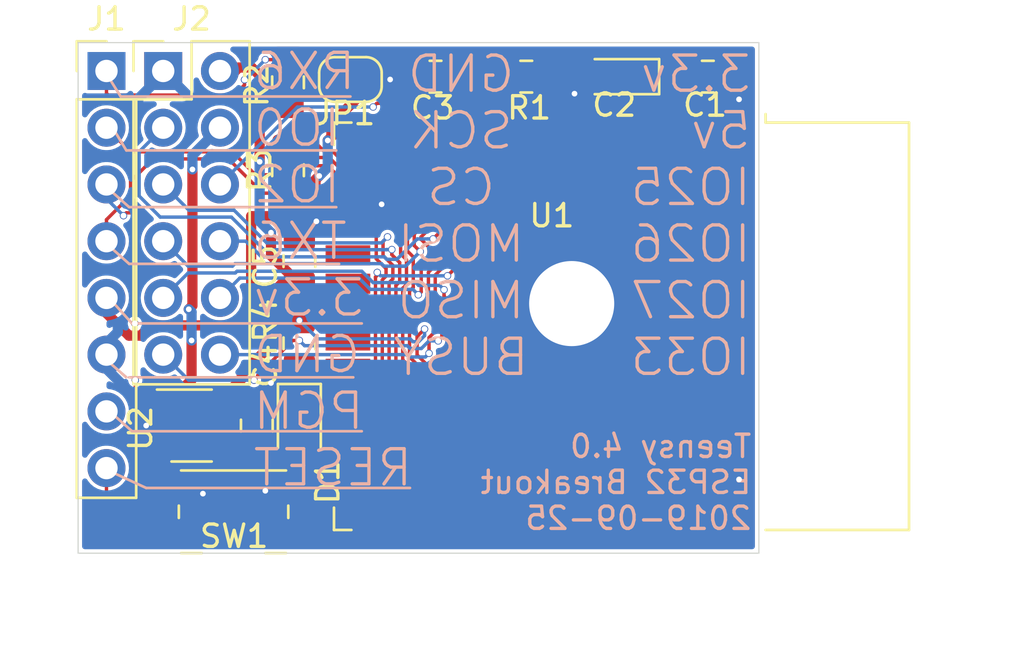
<source format=kicad_pcb>
(kicad_pcb (version 20171130) (host pcbnew "(5.1.4-0-10_14)")

  (general
    (thickness 1.6)
    (drawings 25)
    (tracks 411)
    (zones 0)
    (modules 16)
    (nets 23)
  )

  (page A4)
  (layers
    (0 F.Cu signal)
    (31 B.Cu signal)
    (32 B.Adhes user)
    (33 F.Adhes user)
    (34 B.Paste user)
    (35 F.Paste user)
    (36 B.SilkS user)
    (37 F.SilkS user)
    (38 B.Mask user)
    (39 F.Mask user)
    (40 Dwgs.User user)
    (41 Cmts.User user)
    (42 Eco1.User user)
    (43 Eco2.User user)
    (44 Edge.Cuts user)
    (45 Margin user)
    (46 B.CrtYd user)
    (47 F.CrtYd user)
    (48 B.Fab user)
    (49 F.Fab user)
  )

  (setup
    (last_trace_width 0.1524)
    (user_trace_width 0.1524)
    (user_trace_width 0.3048)
    (user_trace_width 0.4572)
    (trace_clearance 0.1524)
    (zone_clearance 0.1524)
    (zone_45_only no)
    (trace_min 0.1524)
    (via_size 0.3302)
    (via_drill 0.254)
    (via_min_size 0.3302)
    (via_min_drill 0.254)
    (user_via 0.3302 0.254)
    (uvia_size 0.3)
    (uvia_drill 0.1)
    (uvias_allowed no)
    (uvia_min_size 0.2)
    (uvia_min_drill 0.1)
    (edge_width 0.05)
    (segment_width 0.2)
    (pcb_text_width 0.3)
    (pcb_text_size 1.5 1.5)
    (mod_edge_width 0.12)
    (mod_text_size 1 1)
    (mod_text_width 0.15)
    (pad_size 1.524 1.524)
    (pad_drill 0.762)
    (pad_to_mask_clearance 0.051)
    (solder_mask_min_width 0.25)
    (aux_axis_origin 0 0)
    (visible_elements FFFFFF7F)
    (pcbplotparams
      (layerselection 0x010fc_ffffffff)
      (usegerberextensions false)
      (usegerberattributes false)
      (usegerberadvancedattributes false)
      (creategerberjobfile false)
      (excludeedgelayer true)
      (linewidth 0.100000)
      (plotframeref false)
      (viasonmask false)
      (mode 1)
      (useauxorigin false)
      (hpglpennumber 1)
      (hpglpenspeed 20)
      (hpglpendiameter 15.000000)
      (psnegative false)
      (psa4output false)
      (plotreference true)
      (plotvalue true)
      (plotinvisibletext false)
      (padsonsilk false)
      (subtractmaskfromsilk false)
      (outputformat 1)
      (mirror false)
      (drillshape 1)
      (scaleselection 1)
      (outputdirectory ""))
  )

  (net 0 "")
  (net 1 GND)
  (net 2 +3V3)
  (net 3 /ESP32_EN)
  (net 4 /3V3_Teensy)
  (net 5 /24_TX6)
  (net 6 /28)
  (net 7 /26)
  (net 8 /25_RX6)
  (net 9 "Net-(R2-Pad2)")
  (net 10 "Net-(R3-Pad2)")
  (net 11 /+5V)
  (net 12 "Net-(D1-Pad1)")
  (net 13 /SCK)
  (net 14 /CS)
  (net 15 /IO25)
  (net 16 /MOSI)
  (net 17 /IO26)
  (net 18 /MISO)
  (net 19 /IO27)
  (net 20 /IO22)
  (net 21 /ESP_BUSY)
  (net 22 /IO33)

  (net_class Default "This is the default net class."
    (clearance 0.1524)
    (trace_width 0.1524)
    (via_dia 0.3302)
    (via_drill 0.254)
    (uvia_dia 0.3)
    (uvia_drill 0.1)
    (add_net +3V3)
    (add_net /+5V)
    (add_net /24_TX6)
    (add_net /25_RX6)
    (add_net /26)
    (add_net /28)
    (add_net /3V3_Teensy)
    (add_net /CS)
    (add_net /ESP32_EN)
    (add_net /ESP_BUSY)
    (add_net /IO22)
    (add_net /IO25)
    (add_net /IO26)
    (add_net /IO27)
    (add_net /IO33)
    (add_net /MISO)
    (add_net /MOSI)
    (add_net /SCK)
    (add_net GND)
    (add_net "Net-(D1-Pad1)")
    (add_net "Net-(R2-Pad2)")
    (add_net "Net-(R3-Pad2)")
  )

  (module Connector_PinHeader_2.54mm:PinHeader_2x06_P2.54mm_Vertical (layer F.Cu) (tedit 59FED5CC) (tstamp 5D8B977D)
    (at 154.94 101.6)
    (descr "Through hole straight pin header, 2x06, 2.54mm pitch, double rows")
    (tags "Through hole pin header THT 2x06 2.54mm double row")
    (path /5D8DD515)
    (fp_text reference J2 (at 1.27 -2.33) (layer F.SilkS)
      (effects (font (size 1 1) (thickness 0.15)))
    )
    (fp_text value Conn_02x06_Odd_Even (at 1.27 15.03) (layer F.Fab)
      (effects (font (size 1 1) (thickness 0.15)))
    )
    (fp_text user %R (at 1.27 6.35 90) (layer F.Fab)
      (effects (font (size 1 1) (thickness 0.15)))
    )
    (fp_line (start 4.35 -1.8) (end -1.8 -1.8) (layer F.CrtYd) (width 0.05))
    (fp_line (start 4.35 14.5) (end 4.35 -1.8) (layer F.CrtYd) (width 0.05))
    (fp_line (start -1.8 14.5) (end 4.35 14.5) (layer F.CrtYd) (width 0.05))
    (fp_line (start -1.8 -1.8) (end -1.8 14.5) (layer F.CrtYd) (width 0.05))
    (fp_line (start -1.33 -1.33) (end 0 -1.33) (layer F.SilkS) (width 0.12))
    (fp_line (start -1.33 0) (end -1.33 -1.33) (layer F.SilkS) (width 0.12))
    (fp_line (start 1.27 -1.33) (end 3.87 -1.33) (layer F.SilkS) (width 0.12))
    (fp_line (start 1.27 1.27) (end 1.27 -1.33) (layer F.SilkS) (width 0.12))
    (fp_line (start -1.33 1.27) (end 1.27 1.27) (layer F.SilkS) (width 0.12))
    (fp_line (start 3.87 -1.33) (end 3.87 14.03) (layer F.SilkS) (width 0.12))
    (fp_line (start -1.33 1.27) (end -1.33 14.03) (layer F.SilkS) (width 0.12))
    (fp_line (start -1.33 14.03) (end 3.87 14.03) (layer F.SilkS) (width 0.12))
    (fp_line (start -1.27 0) (end 0 -1.27) (layer F.Fab) (width 0.1))
    (fp_line (start -1.27 13.97) (end -1.27 0) (layer F.Fab) (width 0.1))
    (fp_line (start 3.81 13.97) (end -1.27 13.97) (layer F.Fab) (width 0.1))
    (fp_line (start 3.81 -1.27) (end 3.81 13.97) (layer F.Fab) (width 0.1))
    (fp_line (start 0 -1.27) (end 3.81 -1.27) (layer F.Fab) (width 0.1))
    (pad 12 thru_hole oval (at 2.54 12.7) (size 1.7 1.7) (drill 1) (layers *.Cu *.Mask)
      (net 22 /IO33))
    (pad 11 thru_hole oval (at 0 12.7) (size 1.7 1.7) (drill 1) (layers *.Cu *.Mask)
      (net 21 /ESP_BUSY))
    (pad 10 thru_hole oval (at 2.54 10.16) (size 1.7 1.7) (drill 1) (layers *.Cu *.Mask)
      (net 19 /IO27))
    (pad 9 thru_hole oval (at 0 10.16) (size 1.7 1.7) (drill 1) (layers *.Cu *.Mask)
      (net 18 /MISO))
    (pad 8 thru_hole oval (at 2.54 7.62) (size 1.7 1.7) (drill 1) (layers *.Cu *.Mask)
      (net 17 /IO26))
    (pad 7 thru_hole oval (at 0 7.62) (size 1.7 1.7) (drill 1) (layers *.Cu *.Mask)
      (net 16 /MOSI))
    (pad 6 thru_hole oval (at 2.54 5.08) (size 1.7 1.7) (drill 1) (layers *.Cu *.Mask)
      (net 15 /IO25))
    (pad 5 thru_hole oval (at 0 5.08) (size 1.7 1.7) (drill 1) (layers *.Cu *.Mask)
      (net 14 /CS))
    (pad 4 thru_hole oval (at 2.54 2.54) (size 1.7 1.7) (drill 1) (layers *.Cu *.Mask)
      (net 11 /+5V))
    (pad 3 thru_hole oval (at 0 2.54) (size 1.7 1.7) (drill 1) (layers *.Cu *.Mask)
      (net 13 /SCK))
    (pad 2 thru_hole oval (at 2.54 0) (size 1.7 1.7) (drill 1) (layers *.Cu *.Mask)
      (net 2 +3V3))
    (pad 1 thru_hole rect (at 0 0) (size 1.7 1.7) (drill 1) (layers *.Cu *.Mask)
      (net 1 GND))
    (model ${KISYS3DMOD}/Connector_PinHeader_2.54mm.3dshapes/PinHeader_2x06_P2.54mm_Vertical.wrl
      (at (xyz 0 0 0))
      (scale (xyz 1 1 1))
      (rotate (xyz 0 0 0))
    )
  )

  (module RF_Module:ESP32-WROOM-32 (layer F.Cu) (tedit 5B5B4654) (tstamp 5D8B6905)
    (at 172.466 113.03 270)
    (descr "Single 2.4 GHz Wi-Fi and Bluetooth combo chip https://www.espressif.com/sites/default/files/documentation/esp32-wroom-32_datasheet_en.pdf")
    (tags "Single 2.4 GHz Wi-Fi and Bluetooth combo  chip")
    (path /5D8AC474)
    (attr smd)
    (fp_text reference U1 (at -4.953 0.127) (layer F.SilkS)
      (effects (font (size 1 1) (thickness 0.15)))
    )
    (fp_text value ESP32-WROOM-32D (at 0 11.5 90) (layer F.Fab)
      (effects (font (size 1 1) (thickness 0.15)))
    )
    (fp_text user %R (at 0 0 90) (layer F.Fab)
      (effects (font (size 1 1) (thickness 0.15)))
    )
    (fp_text user "KEEP-OUT ZONE" (at 0 -19 90) (layer Cmts.User)
      (effects (font (size 1 1) (thickness 0.15)))
    )
    (fp_text user Antenna (at 0 -13 90) (layer Cmts.User)
      (effects (font (size 1 1) (thickness 0.15)))
    )
    (fp_text user "5 mm" (at 11.8 -14.375 90) (layer Cmts.User)
      (effects (font (size 0.5 0.5) (thickness 0.1)))
    )
    (fp_text user "5 mm" (at -11.2 -14.375 90) (layer Cmts.User)
      (effects (font (size 0.5 0.5) (thickness 0.1)))
    )
    (fp_text user "5 mm" (at 7.8 -19.075) (layer Cmts.User)
      (effects (font (size 0.5 0.5) (thickness 0.1)))
    )
    (fp_line (start -14 -9.97) (end -14 -20.75) (layer Dwgs.User) (width 0.1))
    (fp_line (start 9 9.76) (end 9 -15.745) (layer F.Fab) (width 0.1))
    (fp_line (start -9 9.76) (end 9 9.76) (layer F.Fab) (width 0.1))
    (fp_line (start -9 -15.745) (end -9 -10.02) (layer F.Fab) (width 0.1))
    (fp_line (start -9 -15.745) (end 9 -15.745) (layer F.Fab) (width 0.1))
    (fp_line (start -9.75 10.5) (end -9.75 -9.72) (layer F.CrtYd) (width 0.05))
    (fp_line (start -9.75 10.5) (end 9.75 10.5) (layer F.CrtYd) (width 0.05))
    (fp_line (start 9.75 -9.72) (end 9.75 10.5) (layer F.CrtYd) (width 0.05))
    (fp_line (start -14.25 -21) (end 14.25 -21) (layer F.CrtYd) (width 0.05))
    (fp_line (start -9 -9.02) (end -9 9.76) (layer F.Fab) (width 0.1))
    (fp_line (start -8.5 -9.52) (end -9 -10.02) (layer F.Fab) (width 0.1))
    (fp_line (start -9 -9.02) (end -8.5 -9.52) (layer F.Fab) (width 0.1))
    (fp_line (start 14 -9.97) (end -14 -9.97) (layer Dwgs.User) (width 0.1))
    (fp_line (start 14 -9.97) (end 14 -20.75) (layer Dwgs.User) (width 0.1))
    (fp_line (start 14 -20.75) (end -14 -20.75) (layer Dwgs.User) (width 0.1))
    (fp_line (start -14.25 -21) (end -14.25 -9.72) (layer F.CrtYd) (width 0.05))
    (fp_line (start 14.25 -21) (end 14.25 -9.72) (layer F.CrtYd) (width 0.05))
    (fp_line (start -14.25 -9.72) (end -9.75 -9.72) (layer F.CrtYd) (width 0.05))
    (fp_line (start 9.75 -9.72) (end 14.25 -9.72) (layer F.CrtYd) (width 0.05))
    (fp_line (start -12.525 -20.75) (end -14 -19.66) (layer Dwgs.User) (width 0.1))
    (fp_line (start -10.525 -20.75) (end -14 -18.045) (layer Dwgs.User) (width 0.1))
    (fp_line (start -8.525 -20.75) (end -14 -16.43) (layer Dwgs.User) (width 0.1))
    (fp_line (start -6.525 -20.75) (end -14 -14.815) (layer Dwgs.User) (width 0.1))
    (fp_line (start -4.525 -20.75) (end -14 -13.2) (layer Dwgs.User) (width 0.1))
    (fp_line (start -2.525 -20.75) (end -14 -11.585) (layer Dwgs.User) (width 0.1))
    (fp_line (start -0.525 -20.75) (end -14 -9.97) (layer Dwgs.User) (width 0.1))
    (fp_line (start 1.475 -20.75) (end -12 -9.97) (layer Dwgs.User) (width 0.1))
    (fp_line (start 3.475 -20.75) (end -10 -9.97) (layer Dwgs.User) (width 0.1))
    (fp_line (start -8 -9.97) (end 5.475 -20.75) (layer Dwgs.User) (width 0.1))
    (fp_line (start 7.475 -20.75) (end -6 -9.97) (layer Dwgs.User) (width 0.1))
    (fp_line (start 9.475 -20.75) (end -4 -9.97) (layer Dwgs.User) (width 0.1))
    (fp_line (start 11.475 -20.75) (end -2 -9.97) (layer Dwgs.User) (width 0.1))
    (fp_line (start 13.475 -20.75) (end 0 -9.97) (layer Dwgs.User) (width 0.1))
    (fp_line (start 14 -19.66) (end 2 -9.97) (layer Dwgs.User) (width 0.1))
    (fp_line (start 14 -18.045) (end 4 -9.97) (layer Dwgs.User) (width 0.1))
    (fp_line (start 14 -16.43) (end 6 -9.97) (layer Dwgs.User) (width 0.1))
    (fp_line (start 14 -14.815) (end 8 -9.97) (layer Dwgs.User) (width 0.1))
    (fp_line (start 14 -13.2) (end 10 -9.97) (layer Dwgs.User) (width 0.1))
    (fp_line (start 14 -11.585) (end 12 -9.97) (layer Dwgs.User) (width 0.1))
    (fp_line (start 9.2 -13.875) (end 13.8 -13.875) (layer Cmts.User) (width 0.1))
    (fp_line (start 13.8 -13.875) (end 13.6 -14.075) (layer Cmts.User) (width 0.1))
    (fp_line (start 13.8 -13.875) (end 13.6 -13.675) (layer Cmts.User) (width 0.1))
    (fp_line (start 9.2 -13.875) (end 9.4 -14.075) (layer Cmts.User) (width 0.1))
    (fp_line (start 9.2 -13.875) (end 9.4 -13.675) (layer Cmts.User) (width 0.1))
    (fp_line (start -13.8 -13.875) (end -13.6 -14.075) (layer Cmts.User) (width 0.1))
    (fp_line (start -13.8 -13.875) (end -13.6 -13.675) (layer Cmts.User) (width 0.1))
    (fp_line (start -9.2 -13.875) (end -9.4 -13.675) (layer Cmts.User) (width 0.1))
    (fp_line (start -13.8 -13.875) (end -9.2 -13.875) (layer Cmts.User) (width 0.1))
    (fp_line (start -9.2 -13.875) (end -9.4 -14.075) (layer Cmts.User) (width 0.1))
    (fp_line (start 8.4 -16) (end 8.2 -16.2) (layer Cmts.User) (width 0.1))
    (fp_line (start 8.4 -16) (end 8.6 -16.2) (layer Cmts.User) (width 0.1))
    (fp_line (start 8.4 -20.6) (end 8.6 -20.4) (layer Cmts.User) (width 0.1))
    (fp_line (start 8.4 -16) (end 8.4 -20.6) (layer Cmts.User) (width 0.1))
    (fp_line (start 8.4 -20.6) (end 8.2 -20.4) (layer Cmts.User) (width 0.1))
    (fp_line (start -9.12 9.1) (end -9.12 9.88) (layer F.SilkS) (width 0.12))
    (fp_line (start -9.12 9.88) (end -8.12 9.88) (layer F.SilkS) (width 0.12))
    (fp_line (start 9.12 9.1) (end 9.12 9.88) (layer F.SilkS) (width 0.12))
    (fp_line (start 9.12 9.88) (end 8.12 9.88) (layer F.SilkS) (width 0.12))
    (fp_line (start -9.12 -15.865) (end 9.12 -15.865) (layer F.SilkS) (width 0.12))
    (fp_line (start 9.12 -15.865) (end 9.12 -9.445) (layer F.SilkS) (width 0.12))
    (fp_line (start -9.12 -15.865) (end -9.12 -9.445) (layer F.SilkS) (width 0.12))
    (fp_line (start -9.12 -9.445) (end -9.5 -9.445) (layer F.SilkS) (width 0.12))
    (pad 39 smd rect (at -1 -0.755 270) (size 5 5) (layers F.Cu F.Paste F.Mask)
      (net 1 GND))
    (pad 1 smd rect (at -8.5 -8.255 270) (size 2 0.9) (layers F.Cu F.Paste F.Mask)
      (net 1 GND))
    (pad 2 smd rect (at -8.5 -6.985 270) (size 2 0.9) (layers F.Cu F.Paste F.Mask)
      (net 2 +3V3))
    (pad 3 smd rect (at -8.5 -5.715 270) (size 2 0.9) (layers F.Cu F.Paste F.Mask)
      (net 3 /ESP32_EN))
    (pad 4 smd rect (at -8.5 -4.445 270) (size 2 0.9) (layers F.Cu F.Paste F.Mask))
    (pad 5 smd rect (at -8.5 -3.175 270) (size 2 0.9) (layers F.Cu F.Paste F.Mask))
    (pad 6 smd rect (at -8.5 -1.905 270) (size 2 0.9) (layers F.Cu F.Paste F.Mask))
    (pad 7 smd rect (at -8.5 -0.635 270) (size 2 0.9) (layers F.Cu F.Paste F.Mask))
    (pad 8 smd rect (at -8.5 0.635 270) (size 2 0.9) (layers F.Cu F.Paste F.Mask)
      (net 21 /ESP_BUSY))
    (pad 9 smd rect (at -8.5 1.905 270) (size 2 0.9) (layers F.Cu F.Paste F.Mask)
      (net 22 /IO33))
    (pad 10 smd rect (at -8.5 3.175 270) (size 2 0.9) (layers F.Cu F.Paste F.Mask)
      (net 15 /IO25))
    (pad 11 smd rect (at -8.5 4.445 270) (size 2 0.9) (layers F.Cu F.Paste F.Mask)
      (net 17 /IO26))
    (pad 12 smd rect (at -8.5 5.715 270) (size 2 0.9) (layers F.Cu F.Paste F.Mask)
      (net 19 /IO27))
    (pad 13 smd rect (at -8.5 6.985 270) (size 2 0.9) (layers F.Cu F.Paste F.Mask)
      (net 16 /MOSI))
    (pad 14 smd rect (at -8.5 8.255 270) (size 2 0.9) (layers F.Cu F.Paste F.Mask))
    (pad 15 smd rect (at -5.715 9.255) (size 2 0.9) (layers F.Cu F.Paste F.Mask)
      (net 1 GND))
    (pad 16 smd rect (at -4.445 9.255) (size 2 0.9) (layers F.Cu F.Paste F.Mask))
    (pad 17 smd rect (at -3.175 9.255) (size 2 0.9) (layers F.Cu F.Paste F.Mask))
    (pad 18 smd rect (at -1.905 9.255) (size 2 0.9) (layers F.Cu F.Paste F.Mask))
    (pad 19 smd rect (at -0.635 9.255) (size 2 0.9) (layers F.Cu F.Paste F.Mask))
    (pad 20 smd rect (at 0.635 9.255) (size 2 0.9) (layers F.Cu F.Paste F.Mask))
    (pad 21 smd rect (at 1.905 9.255) (size 2 0.9) (layers F.Cu F.Paste F.Mask))
    (pad 22 smd rect (at 3.175 9.255) (size 2 0.9) (layers F.Cu F.Paste F.Mask))
    (pad 23 smd rect (at 4.445 9.255) (size 2 0.9) (layers F.Cu F.Paste F.Mask))
    (pad 24 smd rect (at 5.715 9.255) (size 2 0.9) (layers F.Cu F.Paste F.Mask)
      (net 6 /28))
    (pad 25 smd rect (at 8.5 8.255 270) (size 2 0.9) (layers F.Cu F.Paste F.Mask)
      (net 7 /26))
    (pad 26 smd rect (at 8.5 6.985 270) (size 2 0.9) (layers F.Cu F.Paste F.Mask))
    (pad 27 smd rect (at 8.5 5.715 270) (size 2 0.9) (layers F.Cu F.Paste F.Mask))
    (pad 28 smd rect (at 8.5 4.445 270) (size 2 0.9) (layers F.Cu F.Paste F.Mask))
    (pad 29 smd rect (at 8.5 3.175 270) (size 2 0.9) (layers F.Cu F.Paste F.Mask)
      (net 14 /CS))
    (pad 30 smd rect (at 8.5 1.905 270) (size 2 0.9) (layers F.Cu F.Paste F.Mask)
      (net 13 /SCK))
    (pad 31 smd rect (at 8.5 0.635 270) (size 2 0.9) (layers F.Cu F.Paste F.Mask))
    (pad 32 smd rect (at 8.5 -0.635 270) (size 2 0.9) (layers F.Cu F.Paste F.Mask))
    (pad 33 smd rect (at 8.5 -1.905 270) (size 2 0.9) (layers F.Cu F.Paste F.Mask))
    (pad 34 smd rect (at 8.5 -3.175 270) (size 2 0.9) (layers F.Cu F.Paste F.Mask)
      (net 10 "Net-(R3-Pad2)"))
    (pad 35 smd rect (at 8.5 -4.445 270) (size 2 0.9) (layers F.Cu F.Paste F.Mask)
      (net 9 "Net-(R2-Pad2)"))
    (pad 36 smd rect (at 8.5 -5.715 270) (size 2 0.9) (layers F.Cu F.Paste F.Mask)
      (net 20 /IO22))
    (pad 37 smd rect (at 8.5 -6.985 270) (size 2 0.9) (layers F.Cu F.Paste F.Mask)
      (net 18 /MISO))
    (pad 38 smd rect (at 8.5 -8.255 270) (size 2 0.9) (layers F.Cu F.Paste F.Mask)
      (net 1 GND))
    (model ${KISYS3DMOD}/RF_Module.3dshapes/ESP32-WROOM-32.wrl
      (at (xyz 0 0 0))
      (scale (xyz 1 1 1))
      (rotate (xyz 0 0 0))
    )
  )

  (module Package_TO_SOT_SMD:SOT-23-5 (layer F.Cu) (tedit 5A02FF57) (tstamp 5D8B1703)
    (at 156.21 117.475)
    (descr "5-pin SOT23 package")
    (tags SOT-23-5)
    (path /5D906AE6)
    (attr smd)
    (fp_text reference U2 (at -2.286 0.127 270) (layer F.SilkS)
      (effects (font (size 1 1) (thickness 0.15)))
    )
    (fp_text value TLV75733PDBVR (at 0 2.9) (layer F.Fab)
      (effects (font (size 1 1) (thickness 0.15)))
    )
    (fp_line (start 0.9 -1.55) (end 0.9 1.55) (layer F.Fab) (width 0.1))
    (fp_line (start 0.9 1.55) (end -0.9 1.55) (layer F.Fab) (width 0.1))
    (fp_line (start -0.9 -0.9) (end -0.9 1.55) (layer F.Fab) (width 0.1))
    (fp_line (start 0.9 -1.55) (end -0.25 -1.55) (layer F.Fab) (width 0.1))
    (fp_line (start -0.9 -0.9) (end -0.25 -1.55) (layer F.Fab) (width 0.1))
    (fp_line (start -1.9 1.8) (end -1.9 -1.8) (layer F.CrtYd) (width 0.05))
    (fp_line (start 1.9 1.8) (end -1.9 1.8) (layer F.CrtYd) (width 0.05))
    (fp_line (start 1.9 -1.8) (end 1.9 1.8) (layer F.CrtYd) (width 0.05))
    (fp_line (start -1.9 -1.8) (end 1.9 -1.8) (layer F.CrtYd) (width 0.05))
    (fp_line (start 0.9 -1.61) (end -1.55 -1.61) (layer F.SilkS) (width 0.12))
    (fp_line (start -0.9 1.61) (end 0.9 1.61) (layer F.SilkS) (width 0.12))
    (fp_text user %R (at 0 0 90) (layer F.Fab)
      (effects (font (size 0.5 0.5) (thickness 0.075)))
    )
    (pad 5 smd rect (at 1.1 -0.95) (size 1.06 0.65) (layers F.Cu F.Paste F.Mask)
      (net 2 +3V3))
    (pad 4 smd rect (at 1.1 0.95) (size 1.06 0.65) (layers F.Cu F.Paste F.Mask))
    (pad 3 smd rect (at -1.1 0.95) (size 1.06 0.65) (layers F.Cu F.Paste F.Mask)
      (net 11 /+5V))
    (pad 2 smd rect (at -1.1 0) (size 1.06 0.65) (layers F.Cu F.Paste F.Mask)
      (net 1 GND))
    (pad 1 smd rect (at -1.1 -0.95) (size 1.06 0.65) (layers F.Cu F.Paste F.Mask)
      (net 11 /+5V))
    (model ${KISYS3DMOD}/Package_TO_SOT_SMD.3dshapes/SOT-23-5.wrl
      (at (xyz 0 0 0))
      (scale (xyz 1 1 1))
      (rotate (xyz 0 0 0))
    )
  )

  (module Resistor_SMD:R_0805_2012Metric_Pad1.15x1.40mm_HandSolder (layer F.Cu) (tedit 5B36C52B) (tstamp 5D8B15E2)
    (at 161.036 113.792 270)
    (descr "Resistor SMD 0805 (2012 Metric), square (rectangular) end terminal, IPC_7351 nominal with elongated pad for handsoldering. (Body size source: https://docs.google.com/spreadsheets/d/1BsfQQcO9C6DZCsRaXUlFlo91Tg2WpOkGARC1WS5S8t0/edit?usp=sharing), generated with kicad-footprint-generator")
    (tags "resistor handsolder")
    (path /5D901368)
    (attr smd)
    (fp_text reference R4 (at -1.016 1.524 90) (layer F.SilkS)
      (effects (font (size 1 1) (thickness 0.15)))
    )
    (fp_text value 2k (at 0 1.65 90) (layer F.Fab)
      (effects (font (size 1 1) (thickness 0.15)))
    )
    (fp_text user %R (at 0 0 90) (layer F.Fab)
      (effects (font (size 0.5 0.5) (thickness 0.08)))
    )
    (fp_line (start 1.85 0.95) (end -1.85 0.95) (layer F.CrtYd) (width 0.05))
    (fp_line (start 1.85 -0.95) (end 1.85 0.95) (layer F.CrtYd) (width 0.05))
    (fp_line (start -1.85 -0.95) (end 1.85 -0.95) (layer F.CrtYd) (width 0.05))
    (fp_line (start -1.85 0.95) (end -1.85 -0.95) (layer F.CrtYd) (width 0.05))
    (fp_line (start -0.261252 0.71) (end 0.261252 0.71) (layer F.SilkS) (width 0.12))
    (fp_line (start -0.261252 -0.71) (end 0.261252 -0.71) (layer F.SilkS) (width 0.12))
    (fp_line (start 1 0.6) (end -1 0.6) (layer F.Fab) (width 0.1))
    (fp_line (start 1 -0.6) (end 1 0.6) (layer F.Fab) (width 0.1))
    (fp_line (start -1 -0.6) (end 1 -0.6) (layer F.Fab) (width 0.1))
    (fp_line (start -1 0.6) (end -1 -0.6) (layer F.Fab) (width 0.1))
    (pad 2 smd roundrect (at 1.025 0 270) (size 1.15 1.4) (layers F.Cu F.Paste F.Mask) (roundrect_rratio 0.217391)
      (net 12 "Net-(D1-Pad1)"))
    (pad 1 smd roundrect (at -1.025 0 270) (size 1.15 1.4) (layers F.Cu F.Paste F.Mask) (roundrect_rratio 0.217391)
      (net 20 /IO22))
    (model ${KISYS3DMOD}/Resistor_SMD.3dshapes/R_0805_2012Metric.wrl
      (at (xyz 0 0 0))
      (scale (xyz 1 1 1))
      (rotate (xyz 0 0 0))
    )
  )

  (module LED_SMD:LED_0805_2012Metric_Pad1.15x1.40mm_HandSolder (layer F.Cu) (tedit 5B4B45C9) (tstamp 5D8B14D9)
    (at 161.036 117.475 270)
    (descr "LED SMD 0805 (2012 Metric), square (rectangular) end terminal, IPC_7351 nominal, (Body size source: https://docs.google.com/spreadsheets/d/1BsfQQcO9C6DZCsRaXUlFlo91Tg2WpOkGARC1WS5S8t0/edit?usp=sharing), generated with kicad-footprint-generator")
    (tags "LED handsolder")
    (path /5D9004C1)
    (attr smd)
    (fp_text reference D1 (at 2.54 -1.27 90) (layer F.SilkS)
      (effects (font (size 1 1) (thickness 0.15)))
    )
    (fp_text value LED (at 0 1.65 90) (layer F.Fab)
      (effects (font (size 1 1) (thickness 0.15)))
    )
    (fp_text user %R (at 0 0 90) (layer F.Fab)
      (effects (font (size 0.5 0.5) (thickness 0.08)))
    )
    (fp_line (start 1.85 0.95) (end -1.85 0.95) (layer F.CrtYd) (width 0.05))
    (fp_line (start 1.85 -0.95) (end 1.85 0.95) (layer F.CrtYd) (width 0.05))
    (fp_line (start -1.85 -0.95) (end 1.85 -0.95) (layer F.CrtYd) (width 0.05))
    (fp_line (start -1.85 0.95) (end -1.85 -0.95) (layer F.CrtYd) (width 0.05))
    (fp_line (start -1.86 0.96) (end 1 0.96) (layer F.SilkS) (width 0.12))
    (fp_line (start -1.86 -0.96) (end -1.86 0.96) (layer F.SilkS) (width 0.12))
    (fp_line (start 1 -0.96) (end -1.86 -0.96) (layer F.SilkS) (width 0.12))
    (fp_line (start 1 0.6) (end 1 -0.6) (layer F.Fab) (width 0.1))
    (fp_line (start -1 0.6) (end 1 0.6) (layer F.Fab) (width 0.1))
    (fp_line (start -1 -0.3) (end -1 0.6) (layer F.Fab) (width 0.1))
    (fp_line (start -0.7 -0.6) (end -1 -0.3) (layer F.Fab) (width 0.1))
    (fp_line (start 1 -0.6) (end -0.7 -0.6) (layer F.Fab) (width 0.1))
    (pad 2 smd roundrect (at 1.025 0 270) (size 1.15 1.4) (layers F.Cu F.Paste F.Mask) (roundrect_rratio 0.217391)
      (net 2 +3V3))
    (pad 1 smd roundrect (at -1.025 0 270) (size 1.15 1.4) (layers F.Cu F.Paste F.Mask) (roundrect_rratio 0.217391)
      (net 12 "Net-(D1-Pad1)"))
    (model ${KISYS3DMOD}/LED_SMD.3dshapes/LED_0805_2012Metric.wrl
      (at (xyz 0 0 0))
      (scale (xyz 1 1 1))
      (rotate (xyz 0 0 0))
    )
  )

  (module Capacitor_SMD:C_0805_2012Metric_Pad1.15x1.40mm_HandSolder (layer F.Cu) (tedit 5B36C52B) (tstamp 5D8B14C6)
    (at 161.036 110.109 90)
    (descr "Capacitor SMD 0805 (2012 Metric), square (rectangular) end terminal, IPC_7351 nominal with elongated pad for handsoldering. (Body size source: https://docs.google.com/spreadsheets/d/1BsfQQcO9C6DZCsRaXUlFlo91Tg2WpOkGARC1WS5S8t0/edit?usp=sharing), generated with kicad-footprint-generator")
    (tags "capacitor handsolder")
    (path /5D90F8EA)
    (attr smd)
    (fp_text reference C5 (at -0.254 -1.524 90) (layer F.SilkS)
      (effects (font (size 1 1) (thickness 0.15)))
    )
    (fp_text value 1u (at 0 1.65 90) (layer F.Fab)
      (effects (font (size 1 1) (thickness 0.15)))
    )
    (fp_text user %R (at 0 0 90) (layer F.Fab)
      (effects (font (size 0.5 0.5) (thickness 0.08)))
    )
    (fp_line (start 1.85 0.95) (end -1.85 0.95) (layer F.CrtYd) (width 0.05))
    (fp_line (start 1.85 -0.95) (end 1.85 0.95) (layer F.CrtYd) (width 0.05))
    (fp_line (start -1.85 -0.95) (end 1.85 -0.95) (layer F.CrtYd) (width 0.05))
    (fp_line (start -1.85 0.95) (end -1.85 -0.95) (layer F.CrtYd) (width 0.05))
    (fp_line (start -0.261252 0.71) (end 0.261252 0.71) (layer F.SilkS) (width 0.12))
    (fp_line (start -0.261252 -0.71) (end 0.261252 -0.71) (layer F.SilkS) (width 0.12))
    (fp_line (start 1 0.6) (end -1 0.6) (layer F.Fab) (width 0.1))
    (fp_line (start 1 -0.6) (end 1 0.6) (layer F.Fab) (width 0.1))
    (fp_line (start -1 -0.6) (end 1 -0.6) (layer F.Fab) (width 0.1))
    (fp_line (start -1 0.6) (end -1 -0.6) (layer F.Fab) (width 0.1))
    (pad 2 smd roundrect (at 1.025 0 90) (size 1.15 1.4) (layers F.Cu F.Paste F.Mask) (roundrect_rratio 0.217391)
      (net 1 GND))
    (pad 1 smd roundrect (at -1.025 0 90) (size 1.15 1.4) (layers F.Cu F.Paste F.Mask) (roundrect_rratio 0.217391)
      (net 2 +3V3))
    (model ${KISYS3DMOD}/Capacitor_SMD.3dshapes/C_0805_2012Metric.wrl
      (at (xyz 0 0 0))
      (scale (xyz 1 1 1))
      (rotate (xyz 0 0 0))
    )
  )

  (module Capacitor_SMD:C_0805_2012Metric_Pad1.15x1.40mm_HandSolder (layer F.Cu) (tedit 5B36C52B) (tstamp 5D8B14B5)
    (at 159.131 117.475 90)
    (descr "Capacitor SMD 0805 (2012 Metric), square (rectangular) end terminal, IPC_7351 nominal with elongated pad for handsoldering. (Body size source: https://docs.google.com/spreadsheets/d/1BsfQQcO9C6DZCsRaXUlFlo91Tg2WpOkGARC1WS5S8t0/edit?usp=sharing), generated with kicad-footprint-generator")
    (tags "capacitor handsolder")
    (path /5D90E67E)
    (attr smd)
    (fp_text reference C4 (at 2.667 0.381 270) (layer F.SilkS)
      (effects (font (size 1 1) (thickness 0.15)))
    )
    (fp_text value 1u (at 0 1.65 90) (layer F.Fab)
      (effects (font (size 1 1) (thickness 0.15)))
    )
    (fp_text user %R (at 0 0 90) (layer F.Fab)
      (effects (font (size 0.5 0.5) (thickness 0.08)))
    )
    (fp_line (start 1.85 0.95) (end -1.85 0.95) (layer F.CrtYd) (width 0.05))
    (fp_line (start 1.85 -0.95) (end 1.85 0.95) (layer F.CrtYd) (width 0.05))
    (fp_line (start -1.85 -0.95) (end 1.85 -0.95) (layer F.CrtYd) (width 0.05))
    (fp_line (start -1.85 0.95) (end -1.85 -0.95) (layer F.CrtYd) (width 0.05))
    (fp_line (start -0.261252 0.71) (end 0.261252 0.71) (layer F.SilkS) (width 0.12))
    (fp_line (start -0.261252 -0.71) (end 0.261252 -0.71) (layer F.SilkS) (width 0.12))
    (fp_line (start 1 0.6) (end -1 0.6) (layer F.Fab) (width 0.1))
    (fp_line (start 1 -0.6) (end 1 0.6) (layer F.Fab) (width 0.1))
    (fp_line (start -1 -0.6) (end 1 -0.6) (layer F.Fab) (width 0.1))
    (fp_line (start -1 0.6) (end -1 -0.6) (layer F.Fab) (width 0.1))
    (pad 2 smd roundrect (at 1.025 0 90) (size 1.15 1.4) (layers F.Cu F.Paste F.Mask) (roundrect_rratio 0.217391)
      (net 1 GND))
    (pad 1 smd roundrect (at -1.025 0 90) (size 1.15 1.4) (layers F.Cu F.Paste F.Mask) (roundrect_rratio 0.217391)
      (net 11 /+5V))
    (model ${KISYS3DMOD}/Capacitor_SMD.3dshapes/C_0805_2012Metric.wrl
      (at (xyz 0 0 0))
      (scale (xyz 1 1 1))
      (rotate (xyz 0 0 0))
    )
  )

  (module Button_Switch_SMD:Panasonic_EVQPUJ_EVQPUA (layer F.Cu) (tedit 5A02FC95) (tstamp 5D8AD718)
    (at 158.0896 121.3358 180)
    (descr http://industrial.panasonic.com/cdbs/www-data/pdf/ATV0000/ATV0000CE5.pdf)
    (tags "SMD SMT SPST EVQPUJ EVQPUA")
    (path /5D8B67A3)
    (attr smd)
    (fp_text reference SW1 (at -0.0254 -1.0922) (layer F.SilkS)
      (effects (font (size 1 1) (thickness 0.15)))
    )
    (fp_text value ON_OFF (at 0 3.5) (layer F.Fab)
      (effects (font (size 1 1) (thickness 0.15)))
    )
    (fp_line (start 3.9 -3.25) (end -3.9 -3.25) (layer F.CrtYd) (width 0.05))
    (fp_line (start 3.9 2.25) (end -3.9 2.25) (layer F.CrtYd) (width 0.05))
    (fp_line (start -3.9 2.25) (end -3.9 -3.25) (layer F.CrtYd) (width 0.05))
    (fp_line (start -1.425 -1.85) (end -2.35 -1.85) (layer F.SilkS) (width 0.12))
    (fp_line (start 2.45 0.275) (end 2.45 -0.275) (layer F.SilkS) (width 0.12))
    (fp_line (start 2.35 1.75) (end -2.35 1.75) (layer F.Fab) (width 0.1))
    (fp_line (start 2.35 -1.75) (end -2.35 -1.75) (layer F.Fab) (width 0.1))
    (fp_line (start -2.35 1.75) (end -2.35 -1.75) (layer F.Fab) (width 0.1))
    (fp_line (start 2.35 1.75) (end 2.35 -1.75) (layer F.Fab) (width 0.1))
    (fp_line (start 1.3 -2.75) (end -1.3 -2.75) (layer F.Fab) (width 0.1))
    (fp_line (start 1.3 -2.75) (end 1.3 -1.75) (layer F.Fab) (width 0.1))
    (fp_line (start -1.3 -2.75) (end -1.3 -1.75) (layer F.Fab) (width 0.1))
    (fp_line (start -2.45 0.275) (end -2.45 -0.275) (layer F.SilkS) (width 0.12))
    (fp_line (start 2.35 1.85) (end -2.35 1.85) (layer F.SilkS) (width 0.12))
    (fp_line (start 2.35 -1.85) (end 1.425 -1.85) (layer F.SilkS) (width 0.12))
    (fp_line (start 3.9 2.25) (end 3.9 -3.25) (layer F.CrtYd) (width 0.05))
    (fp_text user %R (at 0 0) (layer F.Fab)
      (effects (font (size 1 1) (thickness 0.15)))
    )
    (pad 1 smd rect (at 2.625 -0.85) (size 1.55 1) (layers F.Cu F.Paste F.Mask)
      (net 3 /ESP32_EN))
    (pad 1 smd rect (at -2.625 -0.85) (size 1.55 1) (layers F.Cu F.Paste F.Mask)
      (net 3 /ESP32_EN))
    (pad 2 smd rect (at -2.625 0.85) (size 1.55 1) (layers F.Cu F.Paste F.Mask)
      (net 1 GND))
    (pad 2 smd rect (at 2.625 0.85) (size 1.55 1) (layers F.Cu F.Paste F.Mask)
      (net 1 GND))
    (model ${KISYS3DMOD}/Button_Switch_SMD.3dshapes/Panasonic_EVQPUJ_EVQPUA.wrl
      (at (xyz 0 0 0))
      (scale (xyz 1 1 1))
      (rotate (xyz 0 0 0))
    )
  )

  (module Resistor_SMD:R_0805_2012Metric_Pad1.15x1.40mm_HandSolder (layer F.Cu) (tedit 5B36C52B) (tstamp 5D8AD6FF)
    (at 160.528 106.045 90)
    (descr "Resistor SMD 0805 (2012 Metric), square (rectangular) end terminal, IPC_7351 nominal with elongated pad for handsoldering. (Body size source: https://docs.google.com/spreadsheets/d/1BsfQQcO9C6DZCsRaXUlFlo91Tg2WpOkGARC1WS5S8t0/edit?usp=sharing), generated with kicad-footprint-generator")
    (tags "resistor handsolder")
    (path /5D8AF437)
    (attr smd)
    (fp_text reference R3 (at 0 -1.27 90) (layer F.SilkS)
      (effects (font (size 1 1) (thickness 0.15)))
    )
    (fp_text value 0R (at 0 1.65 90) (layer F.Fab)
      (effects (font (size 1 1) (thickness 0.15)))
    )
    (fp_text user %R (at 0 0 90) (layer F.Fab)
      (effects (font (size 0.5 0.5) (thickness 0.08)))
    )
    (fp_line (start 1.85 0.95) (end -1.85 0.95) (layer F.CrtYd) (width 0.05))
    (fp_line (start 1.85 -0.95) (end 1.85 0.95) (layer F.CrtYd) (width 0.05))
    (fp_line (start -1.85 -0.95) (end 1.85 -0.95) (layer F.CrtYd) (width 0.05))
    (fp_line (start -1.85 0.95) (end -1.85 -0.95) (layer F.CrtYd) (width 0.05))
    (fp_line (start -0.261252 0.71) (end 0.261252 0.71) (layer F.SilkS) (width 0.12))
    (fp_line (start -0.261252 -0.71) (end 0.261252 -0.71) (layer F.SilkS) (width 0.12))
    (fp_line (start 1 0.6) (end -1 0.6) (layer F.Fab) (width 0.1))
    (fp_line (start 1 -0.6) (end 1 0.6) (layer F.Fab) (width 0.1))
    (fp_line (start -1 -0.6) (end 1 -0.6) (layer F.Fab) (width 0.1))
    (fp_line (start -1 0.6) (end -1 -0.6) (layer F.Fab) (width 0.1))
    (pad 2 smd roundrect (at 1.025 0 90) (size 1.15 1.4) (layers F.Cu F.Paste F.Mask) (roundrect_rratio 0.217391)
      (net 10 "Net-(R3-Pad2)"))
    (pad 1 smd roundrect (at -1.025 0 90) (size 1.15 1.4) (layers F.Cu F.Paste F.Mask) (roundrect_rratio 0.217391)
      (net 5 /24_TX6))
    (model ${KISYS3DMOD}/Resistor_SMD.3dshapes/R_0805_2012Metric.wrl
      (at (xyz 0 0 0))
      (scale (xyz 1 1 1))
      (rotate (xyz 0 0 0))
    )
  )

  (module Resistor_SMD:R_0805_2012Metric_Pad1.15x1.40mm_HandSolder (layer F.Cu) (tedit 5B36C52B) (tstamp 5D8AD6EE)
    (at 160.528 102.108 270)
    (descr "Resistor SMD 0805 (2012 Metric), square (rectangular) end terminal, IPC_7351 nominal with elongated pad for handsoldering. (Body size source: https://docs.google.com/spreadsheets/d/1BsfQQcO9C6DZCsRaXUlFlo91Tg2WpOkGARC1WS5S8t0/edit?usp=sharing), generated with kicad-footprint-generator")
    (tags "resistor handsolder")
    (path /5D8AE82B)
    (attr smd)
    (fp_text reference R2 (at 0.127 1.397 90) (layer F.SilkS)
      (effects (font (size 1 1) (thickness 0.15)))
    )
    (fp_text value 0R (at 0 1.65 90) (layer F.Fab)
      (effects (font (size 1 1) (thickness 0.15)))
    )
    (fp_text user %R (at 0 0 90) (layer F.Fab)
      (effects (font (size 0.5 0.5) (thickness 0.08)))
    )
    (fp_line (start 1.85 0.95) (end -1.85 0.95) (layer F.CrtYd) (width 0.05))
    (fp_line (start 1.85 -0.95) (end 1.85 0.95) (layer F.CrtYd) (width 0.05))
    (fp_line (start -1.85 -0.95) (end 1.85 -0.95) (layer F.CrtYd) (width 0.05))
    (fp_line (start -1.85 0.95) (end -1.85 -0.95) (layer F.CrtYd) (width 0.05))
    (fp_line (start -0.261252 0.71) (end 0.261252 0.71) (layer F.SilkS) (width 0.12))
    (fp_line (start -0.261252 -0.71) (end 0.261252 -0.71) (layer F.SilkS) (width 0.12))
    (fp_line (start 1 0.6) (end -1 0.6) (layer F.Fab) (width 0.1))
    (fp_line (start 1 -0.6) (end 1 0.6) (layer F.Fab) (width 0.1))
    (fp_line (start -1 -0.6) (end 1 -0.6) (layer F.Fab) (width 0.1))
    (fp_line (start -1 0.6) (end -1 -0.6) (layer F.Fab) (width 0.1))
    (pad 2 smd roundrect (at 1.025 0 270) (size 1.15 1.4) (layers F.Cu F.Paste F.Mask) (roundrect_rratio 0.217391)
      (net 9 "Net-(R2-Pad2)"))
    (pad 1 smd roundrect (at -1.025 0 270) (size 1.15 1.4) (layers F.Cu F.Paste F.Mask) (roundrect_rratio 0.217391)
      (net 8 /25_RX6))
    (model ${KISYS3DMOD}/Resistor_SMD.3dshapes/R_0805_2012Metric.wrl
      (at (xyz 0 0 0))
      (scale (xyz 1 1 1))
      (rotate (xyz 0 0 0))
    )
  )

  (module Resistor_SMD:R_0805_2012Metric_Pad1.15x1.40mm_HandSolder (layer F.Cu) (tedit 5B36C52B) (tstamp 5D8AD6DD)
    (at 171.196 101.854 180)
    (descr "Resistor SMD 0805 (2012 Metric), square (rectangular) end terminal, IPC_7351 nominal with elongated pad for handsoldering. (Body size source: https://docs.google.com/spreadsheets/d/1BsfQQcO9C6DZCsRaXUlFlo91Tg2WpOkGARC1WS5S8t0/edit?usp=sharing), generated with kicad-footprint-generator")
    (tags "resistor handsolder")
    (path /5D8B099D)
    (attr smd)
    (fp_text reference R1 (at -0.127 -1.397 180) (layer F.SilkS)
      (effects (font (size 1 1) (thickness 0.15)))
    )
    (fp_text value 10k (at 0 1.65) (layer F.Fab)
      (effects (font (size 1 1) (thickness 0.15)))
    )
    (fp_text user %R (at 0 0) (layer F.Fab)
      (effects (font (size 0.5 0.5) (thickness 0.08)))
    )
    (fp_line (start 1.85 0.95) (end -1.85 0.95) (layer F.CrtYd) (width 0.05))
    (fp_line (start 1.85 -0.95) (end 1.85 0.95) (layer F.CrtYd) (width 0.05))
    (fp_line (start -1.85 -0.95) (end 1.85 -0.95) (layer F.CrtYd) (width 0.05))
    (fp_line (start -1.85 0.95) (end -1.85 -0.95) (layer F.CrtYd) (width 0.05))
    (fp_line (start -0.261252 0.71) (end 0.261252 0.71) (layer F.SilkS) (width 0.12))
    (fp_line (start -0.261252 -0.71) (end 0.261252 -0.71) (layer F.SilkS) (width 0.12))
    (fp_line (start 1 0.6) (end -1 0.6) (layer F.Fab) (width 0.1))
    (fp_line (start 1 -0.6) (end 1 0.6) (layer F.Fab) (width 0.1))
    (fp_line (start -1 -0.6) (end 1 -0.6) (layer F.Fab) (width 0.1))
    (fp_line (start -1 0.6) (end -1 -0.6) (layer F.Fab) (width 0.1))
    (pad 2 smd roundrect (at 1.025 0 180) (size 1.15 1.4) (layers F.Cu F.Paste F.Mask) (roundrect_rratio 0.217391)
      (net 2 +3V3))
    (pad 1 smd roundrect (at -1.025 0 180) (size 1.15 1.4) (layers F.Cu F.Paste F.Mask) (roundrect_rratio 0.217391)
      (net 3 /ESP32_EN))
    (model ${KISYS3DMOD}/Resistor_SMD.3dshapes/R_0805_2012Metric.wrl
      (at (xyz 0 0 0))
      (scale (xyz 1 1 1))
      (rotate (xyz 0 0 0))
    )
  )

  (module Jumper:SolderJumper-2_P1.3mm_Bridged_RoundedPad1.0x1.5mm (layer F.Cu) (tedit 5C745284) (tstamp 5D8AD6CC)
    (at 163.322 101.981 180)
    (descr "SMD Solder Jumper, 1x1.5mm, rounded Pads, 0.3mm gap, bridged with 1 copper strip")
    (tags "solder jumper open")
    (path /5D8BA9A0)
    (attr virtual)
    (fp_text reference JP1 (at 0.254 -1.524) (layer F.SilkS)
      (effects (font (size 1 1) (thickness 0.15)))
    )
    (fp_text value "Teensy 3.3" (at 0 1.9) (layer F.Fab)
      (effects (font (size 1 1) (thickness 0.15)))
    )
    (fp_poly (pts (xy 0.25 -0.3) (xy -0.25 -0.3) (xy -0.25 0.3) (xy 0.25 0.3)) (layer F.Cu) (width 0))
    (fp_line (start 1.65 1.25) (end -1.65 1.25) (layer F.CrtYd) (width 0.05))
    (fp_line (start 1.65 1.25) (end 1.65 -1.25) (layer F.CrtYd) (width 0.05))
    (fp_line (start -1.65 -1.25) (end -1.65 1.25) (layer F.CrtYd) (width 0.05))
    (fp_line (start -1.65 -1.25) (end 1.65 -1.25) (layer F.CrtYd) (width 0.05))
    (fp_line (start -0.7 -1) (end 0.7 -1) (layer F.SilkS) (width 0.12))
    (fp_line (start 1.4 -0.3) (end 1.4 0.3) (layer F.SilkS) (width 0.12))
    (fp_line (start 0.7 1) (end -0.7 1) (layer F.SilkS) (width 0.12))
    (fp_line (start -1.4 0.3) (end -1.4 -0.3) (layer F.SilkS) (width 0.12))
    (fp_arc (start -0.7 -0.3) (end -0.7 -1) (angle -90) (layer F.SilkS) (width 0.12))
    (fp_arc (start -0.7 0.3) (end -1.4 0.3) (angle -90) (layer F.SilkS) (width 0.12))
    (fp_arc (start 0.7 0.3) (end 0.7 1) (angle -90) (layer F.SilkS) (width 0.12))
    (fp_arc (start 0.7 -0.3) (end 1.4 -0.3) (angle -90) (layer F.SilkS) (width 0.12))
    (pad 1 smd custom (at -0.65 0 180) (size 1 0.5) (layers F.Cu F.Mask)
      (net 4 /3V3_Teensy) (zone_connect 2)
      (options (clearance outline) (anchor rect))
      (primitives
        (gr_circle (center 0 0.25) (end 0.5 0.25) (width 0))
        (gr_circle (center 0 -0.25) (end 0.5 -0.25) (width 0))
        (gr_poly (pts
           (xy 0 -0.75) (xy 0.5 -0.75) (xy 0.5 0.75) (xy 0 0.75)) (width 0))
      ))
    (pad 2 smd custom (at 0.65 0 180) (size 1 0.5) (layers F.Cu F.Mask)
      (net 2 +3V3) (zone_connect 2)
      (options (clearance outline) (anchor rect))
      (primitives
        (gr_circle (center 0 0.25) (end 0.5 0.25) (width 0))
        (gr_circle (center 0 -0.25) (end 0.5 -0.25) (width 0))
        (gr_poly (pts
           (xy 0 -0.75) (xy -0.5 -0.75) (xy -0.5 0.75) (xy 0 0.75)) (width 0))
      ))
  )

  (module Connector_PinHeader_2.54mm:PinHeader_1x08_P2.54mm_Vertical (layer F.Cu) (tedit 59FED5CC) (tstamp 5D8AD6B9)
    (at 152.4 101.6)
    (descr "Through hole straight pin header, 1x08, 2.54mm pitch, single row")
    (tags "Through hole pin header THT 1x08 2.54mm single row")
    (path /5D8AAC3C)
    (fp_text reference J1 (at 0 -2.33) (layer F.SilkS)
      (effects (font (size 1 1) (thickness 0.15)))
    )
    (fp_text value Conn_01x08 (at 0 20.11) (layer F.Fab)
      (effects (font (size 1 1) (thickness 0.15)))
    )
    (fp_line (start -0.635 -1.27) (end 1.27 -1.27) (layer F.Fab) (width 0.1))
    (fp_line (start 1.27 -1.27) (end 1.27 19.05) (layer F.Fab) (width 0.1))
    (fp_line (start 1.27 19.05) (end -1.27 19.05) (layer F.Fab) (width 0.1))
    (fp_line (start -1.27 19.05) (end -1.27 -0.635) (layer F.Fab) (width 0.1))
    (fp_line (start -1.27 -0.635) (end -0.635 -1.27) (layer F.Fab) (width 0.1))
    (fp_line (start -1.33 19.11) (end 1.33 19.11) (layer F.SilkS) (width 0.12))
    (fp_line (start -1.33 1.27) (end -1.33 19.11) (layer F.SilkS) (width 0.12))
    (fp_line (start 1.33 1.27) (end 1.33 19.11) (layer F.SilkS) (width 0.12))
    (fp_line (start -1.33 1.27) (end 1.33 1.27) (layer F.SilkS) (width 0.12))
    (fp_line (start -1.33 0) (end -1.33 -1.33) (layer F.SilkS) (width 0.12))
    (fp_line (start -1.33 -1.33) (end 0 -1.33) (layer F.SilkS) (width 0.12))
    (fp_line (start -1.8 -1.8) (end -1.8 19.55) (layer F.CrtYd) (width 0.05))
    (fp_line (start -1.8 19.55) (end 1.8 19.55) (layer F.CrtYd) (width 0.05))
    (fp_line (start 1.8 19.55) (end 1.8 -1.8) (layer F.CrtYd) (width 0.05))
    (fp_line (start 1.8 -1.8) (end -1.8 -1.8) (layer F.CrtYd) (width 0.05))
    (fp_text user %R (at 0 8.89 90) (layer F.Fab)
      (effects (font (size 1 1) (thickness 0.15)))
    )
    (pad 1 thru_hole rect (at 0 0) (size 1.7 1.7) (drill 1) (layers *.Cu *.Mask)
      (net 8 /25_RX6))
    (pad 2 thru_hole oval (at 0 2.54) (size 1.7 1.7) (drill 1) (layers *.Cu *.Mask)
      (net 7 /26))
    (pad 3 thru_hole oval (at 0 5.08) (size 1.7 1.7) (drill 1) (layers *.Cu *.Mask)
      (net 6 /28))
    (pad 4 thru_hole oval (at 0 7.62) (size 1.7 1.7) (drill 1) (layers *.Cu *.Mask)
      (net 5 /24_TX6))
    (pad 5 thru_hole oval (at 0 10.16) (size 1.7 1.7) (drill 1) (layers *.Cu *.Mask)
      (net 4 /3V3_Teensy))
    (pad 6 thru_hole oval (at 0 12.7) (size 1.7 1.7) (drill 1) (layers *.Cu *.Mask)
      (net 1 GND))
    (pad 7 thru_hole oval (at 0 15.24) (size 1.7 1.7) (drill 1) (layers *.Cu *.Mask))
    (pad 8 thru_hole oval (at 0 17.78) (size 1.7 1.7) (drill 1) (layers *.Cu *.Mask)
      (net 3 /ESP32_EN))
    (model ${KISYS3DMOD}/Connector_PinHeader_2.54mm.3dshapes/PinHeader_1x08_P2.54mm_Vertical.wrl
      (at (xyz 0 0 0))
      (scale (xyz 1 1 1))
      (rotate (xyz 0 0 0))
    )
  )

  (module Capacitor_SMD:C_0805_2012Metric_Pad1.15x1.40mm_HandSolder (layer F.Cu) (tedit 5B36C52B) (tstamp 5D8AD69D)
    (at 167.132 101.854 180)
    (descr "Capacitor SMD 0805 (2012 Metric), square (rectangular) end terminal, IPC_7351 nominal with elongated pad for handsoldering. (Body size source: https://docs.google.com/spreadsheets/d/1BsfQQcO9C6DZCsRaXUlFlo91Tg2WpOkGARC1WS5S8t0/edit?usp=sharing), generated with kicad-footprint-generator")
    (tags "capacitor handsolder")
    (path /5D8CD655)
    (attr smd)
    (fp_text reference C3 (at 0.127 -1.397 180) (layer F.SilkS)
      (effects (font (size 1 1) (thickness 0.15)))
    )
    (fp_text value 1u (at 0 1.65) (layer F.Fab)
      (effects (font (size 1 1) (thickness 0.15)))
    )
    (fp_text user %R (at 0 0) (layer F.Fab)
      (effects (font (size 0.5 0.5) (thickness 0.08)))
    )
    (fp_line (start 1.85 0.95) (end -1.85 0.95) (layer F.CrtYd) (width 0.05))
    (fp_line (start 1.85 -0.95) (end 1.85 0.95) (layer F.CrtYd) (width 0.05))
    (fp_line (start -1.85 -0.95) (end 1.85 -0.95) (layer F.CrtYd) (width 0.05))
    (fp_line (start -1.85 0.95) (end -1.85 -0.95) (layer F.CrtYd) (width 0.05))
    (fp_line (start -0.261252 0.71) (end 0.261252 0.71) (layer F.SilkS) (width 0.12))
    (fp_line (start -0.261252 -0.71) (end 0.261252 -0.71) (layer F.SilkS) (width 0.12))
    (fp_line (start 1 0.6) (end -1 0.6) (layer F.Fab) (width 0.1))
    (fp_line (start 1 -0.6) (end 1 0.6) (layer F.Fab) (width 0.1))
    (fp_line (start -1 -0.6) (end 1 -0.6) (layer F.Fab) (width 0.1))
    (fp_line (start -1 0.6) (end -1 -0.6) (layer F.Fab) (width 0.1))
    (pad 2 smd roundrect (at 1.025 0 180) (size 1.15 1.4) (layers F.Cu F.Paste F.Mask) (roundrect_rratio 0.217391)
      (net 1 GND))
    (pad 1 smd roundrect (at -1.025 0 180) (size 1.15 1.4) (layers F.Cu F.Paste F.Mask) (roundrect_rratio 0.217391)
      (net 3 /ESP32_EN))
    (model ${KISYS3DMOD}/Capacitor_SMD.3dshapes/C_0805_2012Metric.wrl
      (at (xyz 0 0 0))
      (scale (xyz 1 1 1))
      (rotate (xyz 0 0 0))
    )
  )

  (module Capacitor_Tantalum_SMD:CP_EIA-2012-12_Kemet-R_Pad1.30x1.05mm_HandSolder (layer F.Cu) (tedit 5B301BBE) (tstamp 5D8AD68C)
    (at 175.26 101.854 180)
    (descr "Tantalum Capacitor SMD Kemet-R (2012-12 Metric), IPC_7351 nominal, (Body size from: https://www.vishay.com/docs/40182/tmch.pdf), generated with kicad-footprint-generator")
    (tags "capacitor tantalum")
    (path /5D8C874C)
    (attr smd)
    (fp_text reference C2 (at 0.127 -1.27 180) (layer F.SilkS)
      (effects (font (size 1 1) (thickness 0.15)))
    )
    (fp_text value 22u/10v (at 0 1.58) (layer F.Fab)
      (effects (font (size 1 1) (thickness 0.15)))
    )
    (fp_text user %R (at 0 0) (layer F.Fab)
      (effects (font (size 0.5 0.5) (thickness 0.08)))
    )
    (fp_line (start 1.88 0.88) (end -1.88 0.88) (layer F.CrtYd) (width 0.05))
    (fp_line (start 1.88 -0.88) (end 1.88 0.88) (layer F.CrtYd) (width 0.05))
    (fp_line (start -1.88 -0.88) (end 1.88 -0.88) (layer F.CrtYd) (width 0.05))
    (fp_line (start -1.88 0.88) (end -1.88 -0.88) (layer F.CrtYd) (width 0.05))
    (fp_line (start -1.885 0.785) (end 1 0.785) (layer F.SilkS) (width 0.12))
    (fp_line (start -1.885 -0.785) (end -1.885 0.785) (layer F.SilkS) (width 0.12))
    (fp_line (start 1 -0.785) (end -1.885 -0.785) (layer F.SilkS) (width 0.12))
    (fp_line (start 1 0.625) (end 1 -0.625) (layer F.Fab) (width 0.1))
    (fp_line (start -1 0.625) (end 1 0.625) (layer F.Fab) (width 0.1))
    (fp_line (start -1 -0.3125) (end -1 0.625) (layer F.Fab) (width 0.1))
    (fp_line (start -0.6875 -0.625) (end -1 -0.3125) (layer F.Fab) (width 0.1))
    (fp_line (start 1 -0.625) (end -0.6875 -0.625) (layer F.Fab) (width 0.1))
    (pad 2 smd roundrect (at 0.975 0 180) (size 1.3 1.05) (layers F.Cu F.Paste F.Mask) (roundrect_rratio 0.238095)
      (net 1 GND))
    (pad 1 smd roundrect (at -0.975 0 180) (size 1.3 1.05) (layers F.Cu F.Paste F.Mask) (roundrect_rratio 0.238095)
      (net 2 +3V3))
    (model ${KISYS3DMOD}/Capacitor_Tantalum_SMD.3dshapes/CP_EIA-2012-12_Kemet-R.wrl
      (at (xyz 0 0 0))
      (scale (xyz 1 1 1))
      (rotate (xyz 0 0 0))
    )
  )

  (module Capacitor_SMD:C_0805_2012Metric_Pad1.15x1.40mm_HandSolder (layer F.Cu) (tedit 5B36C52B) (tstamp 5D8AEBF4)
    (at 179.324 101.854)
    (descr "Capacitor SMD 0805 (2012 Metric), square (rectangular) end terminal, IPC_7351 nominal with elongated pad for handsoldering. (Body size source: https://docs.google.com/spreadsheets/d/1BsfQQcO9C6DZCsRaXUlFlo91Tg2WpOkGARC1WS5S8t0/edit?usp=sharing), generated with kicad-footprint-generator")
    (tags "capacitor handsolder")
    (path /5D8CE50A)
    (attr smd)
    (fp_text reference C1 (at -0.127 1.27) (layer F.SilkS)
      (effects (font (size 1 1) (thickness 0.15)))
    )
    (fp_text value 0.1u/50v (at 0 1.65) (layer F.Fab)
      (effects (font (size 1 1) (thickness 0.15)))
    )
    (fp_text user %R (at 0 0) (layer F.Fab)
      (effects (font (size 0.5 0.5) (thickness 0.08)))
    )
    (fp_line (start 1.85 0.95) (end -1.85 0.95) (layer F.CrtYd) (width 0.05))
    (fp_line (start 1.85 -0.95) (end 1.85 0.95) (layer F.CrtYd) (width 0.05))
    (fp_line (start -1.85 -0.95) (end 1.85 -0.95) (layer F.CrtYd) (width 0.05))
    (fp_line (start -1.85 0.95) (end -1.85 -0.95) (layer F.CrtYd) (width 0.05))
    (fp_line (start -0.261252 0.71) (end 0.261252 0.71) (layer F.SilkS) (width 0.12))
    (fp_line (start -0.261252 -0.71) (end 0.261252 -0.71) (layer F.SilkS) (width 0.12))
    (fp_line (start 1 0.6) (end -1 0.6) (layer F.Fab) (width 0.1))
    (fp_line (start 1 -0.6) (end 1 0.6) (layer F.Fab) (width 0.1))
    (fp_line (start -1 -0.6) (end 1 -0.6) (layer F.Fab) (width 0.1))
    (fp_line (start -1 0.6) (end -1 -0.6) (layer F.Fab) (width 0.1))
    (pad 2 smd roundrect (at 1.025 0) (size 1.15 1.4) (layers F.Cu F.Paste F.Mask) (roundrect_rratio 0.217391)
      (net 1 GND))
    (pad 1 smd roundrect (at -1.025 0) (size 1.15 1.4) (layers F.Cu F.Paste F.Mask) (roundrect_rratio 0.217391)
      (net 2 +3V3))
    (model ${KISYS3DMOD}/Capacitor_SMD.3dshapes/C_0805_2012Metric.wrl
      (at (xyz 0 0 0))
      (scale (xyz 1 1 1))
      (rotate (xyz 0 0 0))
    )
  )

  (gr_line (start 153.035 102.743) (end 152.4 101.727) (layer B.SilkS) (width 0.12))
  (gr_line (start 163.322 102.743) (end 153.035 102.743) (layer B.SilkS) (width 0.12))
  (gr_line (start 153.289 105.156) (end 162.687 105.156) (layer B.SilkS) (width 0.12))
  (gr_line (start 152.527 103.886) (end 153.289 105.156) (layer B.SilkS) (width 0.12))
  (gr_line (start 153.416 107.696) (end 152.273 106.68) (layer B.SilkS) (width 0.12))
  (gr_line (start 162.687 107.696) (end 153.416 107.696) (layer B.SilkS) (width 0.12))
  (gr_line (start 153.416 110.236) (end 162.814 110.236) (layer B.SilkS) (width 0.12))
  (gr_line (start 152.273 109.22) (end 153.416 110.236) (layer B.SilkS) (width 0.12))
  (gr_line (start 153.543 112.903) (end 163.83 112.903) (layer B.SilkS) (width 0.12))
  (gr_line (start 152.4 111.633) (end 153.543 112.903) (layer B.SilkS) (width 0.12))
  (gr_line (start 153.289 115.316) (end 152.273 114.427) (layer B.SilkS) (width 0.12))
  (gr_line (start 163.449 115.316) (end 153.416 115.316) (layer B.SilkS) (width 0.12))
  (gr_line (start 153.543 117.729) (end 163.83 117.729) (layer B.SilkS) (width 0.12))
  (gr_line (start 152.4 116.713) (end 153.543 117.729) (layer B.SilkS) (width 0.12))
  (gr_line (start 152.527 119.507) (end 152.4 119.507) (layer B.SilkS) (width 0.12))
  (gr_line (start 154.178 120.269) (end 152.527 119.507) (layer B.SilkS) (width 0.12))
  (gr_line (start 165.989 120.269) (end 154.178 120.269) (layer B.SilkS) (width 0.12))
  (gr_text "3.3v\n5v\nIO25\nIO26\nIO27\nIO33" (at 181.356 108.077) (layer B.SilkS) (tstamp 5D8B7670)
    (effects (font (size 1.5748 1.5748) (thickness 0.15)) (justify left mirror))
  )
  (gr_text "GND\nSCK\nCS\nMOSI\nMISO\nBUSY" (at 168.275 108.077) (layer B.SilkS) (tstamp 5D8B766A)
    (effects (font (size 1.5748 1.5748) (thickness 0.15)) (justify mirror))
  )
  (gr_text "RX6\nIO0\nIO2\nTX6\n3.3v\nGND\nPGM\nRESET" (at 158.877 110.49) (layer B.SilkS)
    (effects (font (size 1.5748 1.5748) (thickness 0.15)) (justify right mirror))
  )
  (gr_text "Teensy 4.0 \nESP32 Breakout\n2019-09-25" (at 181.356 120.015) (layer B.SilkS)
    (effects (font (size 1 1) (thickness 0.15)) (justify left mirror))
  )
  (gr_line (start 151.13 123.19) (end 151.13 100.33) (layer Edge.Cuts) (width 0.05) (tstamp 5D8ADD6F))
  (gr_line (start 181.61 123.19) (end 151.13 123.19) (layer Edge.Cuts) (width 0.05))
  (gr_line (start 181.61 100.33) (end 181.61 123.19) (layer Edge.Cuts) (width 0.05))
  (gr_line (start 151.13 100.33) (end 181.61 100.33) (layer Edge.Cuts) (width 0.05))

  (via (at 173.228 112.014) (size 4.318) (drill 3.81) (layers F.Cu B.Cu) (net 1) (status 30))
  (segment (start 154.94 101.6) (end 155.067 101.6) (width 0.4572) (layer B.Cu) (net 1) (status 30))
  (segment (start 156.337 102.997) (end 154.94 101.6) (width 0.4572) (layer B.Cu) (net 1) (status 20))
  (segment (start 154.94 101.6) (end 154.94 101.727) (width 0.4572) (layer B.Cu) (net 1) (status 30))
  (segment (start 154.94 101.727) (end 153.67 102.997) (width 0.4572) (layer B.Cu) (net 1) (status 10))
  (segment (start 180.721 102.226) (end 180.349 101.854) (width 0.4572) (layer F.Cu) (net 1) (status 30))
  (via (at 180.721 102.87) (size 0.3302) (drill 0.254) (layers F.Cu B.Cu) (net 1))
  (segment (start 180.721 104.53) (end 180.721 102.87) (width 0.4572) (layer F.Cu) (net 1) (status 10))
  (segment (start 180.721 102.87) (end 180.721 102.226) (width 0.4572) (layer F.Cu) (net 1) (status 20))
  (via (at 180.721 119.888) (size 0.3302) (drill 0.254) (layers F.Cu B.Cu) (net 1))
  (segment (start 180.721 121.53) (end 180.721 119.888) (width 0.4572) (layer F.Cu) (net 1) (status 10))
  (via (at 159.512 120.396) (size 0.3302) (drill 0.254) (layers F.Cu B.Cu) (net 1))
  (segment (start 159.6018 120.4858) (end 159.512 120.396) (width 0.4572) (layer F.Cu) (net 1))
  (segment (start 160.7146 120.4858) (end 159.6018 120.4858) (width 0.4572) (layer F.Cu) (net 1) (status 10))
  (via (at 156.718 120.523) (size 0.3302) (drill 0.254) (layers F.Cu B.Cu) (net 1))
  (segment (start 156.6808 120.4858) (end 156.718 120.523) (width 0.4572) (layer F.Cu) (net 1))
  (segment (start 155.4646 120.4858) (end 156.6808 120.4858) (width 0.4572) (layer F.Cu) (net 1) (status 10))
  (via (at 173.355008 102.616) (size 0.3302) (drill 0.254) (layers F.Cu B.Cu) (net 1))
  (segment (start 174.285 101.854) (end 173.523 102.616) (width 0.4572) (layer F.Cu) (net 1) (status 10))
  (segment (start 173.523 102.616) (end 173.355008 102.616) (width 0.4572) (layer F.Cu) (net 1))
  (via (at 164.719001 107.569) (size 0.3302) (drill 0.254) (layers F.Cu B.Cu) (net 1))
  (via (at 165.1 101.980998) (size 0.3302) (drill 0.254) (layers F.Cu B.Cu) (net 1))
  (segment (start 166.107 101.854) (end 165.226998 101.854) (width 0.4572) (layer F.Cu) (net 1) (status 10))
  (segment (start 165.226998 101.854) (end 165.1 101.980998) (width 0.4572) (layer F.Cu) (net 1))
  (segment (start 164.507669 107.403901) (end 164.553902 107.403901) (width 0.4572) (layer F.Cu) (net 1))
  (segment (start 163.211 107.315) (end 164.418768 107.315) (width 0.4572) (layer F.Cu) (net 1) (status 10))
  (segment (start 164.418768 107.315) (end 164.507669 107.403901) (width 0.4572) (layer F.Cu) (net 1))
  (segment (start 164.553902 107.403901) (end 164.719001 107.569) (width 0.4572) (layer F.Cu) (net 1))
  (segment (start 160.528 108.83) (end 160.528 108.712) (width 0.4572) (layer F.Cu) (net 1) (status 30))
  (segment (start 152.4 114.3) (end 152.4 114.935) (width 0.4572) (layer B.Cu) (net 1) (status 30))
  (via (at 154.178 117.475) (size 0.3302) (drill 0.254) (layers F.Cu B.Cu) (net 1))
  (segment (start 155.11 117.475) (end 154.178 117.475) (width 0.4572) (layer F.Cu) (net 1) (status 10))
  (via (at 159.766 115.57) (size 0.3302) (drill 0.254) (layers F.Cu B.Cu) (net 1))
  (segment (start 159.131 116.205) (end 159.766 115.57) (width 0.4572) (layer F.Cu) (net 1))
  (segment (start 159.131 116.45) (end 159.131 116.205) (width 0.4572) (layer F.Cu) (net 1))
  (segment (start 152.4 114.935) (end 152.4 113.792) (width 0.4572) (layer B.Cu) (net 1))
  (segment (start 153.035 115.57) (end 152.4 114.935) (width 0.4572) (layer B.Cu) (net 1))
  (segment (start 152.4 114.3) (end 152.4 113.792) (width 0.4572) (layer B.Cu) (net 1))
  (segment (start 152.4 113.792) (end 152.908 113.284) (width 0.4572) (layer B.Cu) (net 1))
  (segment (start 152.908 113.284) (end 152.908 113.03) (width 0.4572) (layer B.Cu) (net 1))
  (segment (start 152.908 113.03) (end 153.123899 112.814101) (width 0.4572) (layer B.Cu) (net 1))
  (segment (start 162.661 107.315) (end 163.211 107.315) (width 0.1524) (layer F.Cu) (net 1))
  (segment (start 161.036 109.084) (end 161.659372 108.460628) (width 0.1524) (layer F.Cu) (net 1))
  (segment (start 161.045 109.084) (end 161.798 108.331) (width 0.1524) (layer F.Cu) (net 1))
  (via (at 161.798 108.331) (size 0.3302) (drill 0.254) (layers F.Cu B.Cu) (net 1))
  (segment (start 161.036 109.084) (end 161.045 109.084) (width 0.1524) (layer F.Cu) (net 1))
  (segment (start 179.451 103.006) (end 179.451 104.53) (width 0.4572) (layer F.Cu) (net 2) (status 20))
  (segment (start 178.299 101.854) (end 179.451 103.006) (width 0.4572) (layer F.Cu) (net 2) (status 10))
  (segment (start 178.299 101.854) (end 176.235 101.854) (width 0.4572) (layer F.Cu) (net 2) (status 30))
  (segment (start 175.77899 100.77299) (end 171.25201 100.77299) (width 0.4572) (layer F.Cu) (net 2))
  (segment (start 176.235 101.854) (end 176.235 101.229) (width 0.4572) (layer F.Cu) (net 2) (status 10))
  (segment (start 171.25201 100.77299) (end 170.171 101.854) (width 0.4572) (layer F.Cu) (net 2) (status 20))
  (segment (start 176.235 101.229) (end 175.77899 100.77299) (width 0.4572) (layer F.Cu) (net 2))
  (segment (start 159.284538 101.827462) (end 159.496086 102.03901) (width 0.4572) (layer F.Cu) (net 2))
  (segment (start 159.496086 102.03901) (end 161.766398 102.03901) (width 0.4572) (layer F.Cu) (net 2))
  (segment (start 157.48 101.6) (end 158.163496 101.6) (width 0.4572) (layer F.Cu) (net 2) (status 30))
  (segment (start 158.317612 101.445884) (end 158.90296 101.445884) (width 0.4572) (layer F.Cu) (net 2))
  (segment (start 158.163496 101.6) (end 158.317612 101.445884) (width 0.4572) (layer F.Cu) (net 2) (status 10))
  (segment (start 158.90296 101.445884) (end 159.284538 101.827462) (width 0.4572) (layer F.Cu) (net 2))
  (via (at 159.258 105.664002) (size 0.3302) (drill 0.254) (layers F.Cu B.Cu) (net 2))
  (segment (start 159.258 101.854) (end 159.258 105.664002) (width 0.4572) (layer F.Cu) (net 2))
  (segment (start 159.284538 101.827462) (end 159.258 101.854) (width 0.4572) (layer F.Cu) (net 2))
  (segment (start 161.824408 101.981) (end 162.672 101.981) (width 0.4572) (layer F.Cu) (net 2) (status 20))
  (segment (start 161.766398 102.03901) (end 161.824408 101.981) (width 0.4572) (layer F.Cu) (net 2))
  (segment (start 169.08999 100.77299) (end 170.171 101.854) (width 0.4572) (layer F.Cu) (net 2) (status 20))
  (segment (start 165.05301 100.77299) (end 169.08999 100.77299) (width 0.4572) (layer F.Cu) (net 2))
  (segment (start 162.672 101.133408) (end 162.999182 100.806226) (width 0.4572) (layer F.Cu) (net 2))
  (segment (start 162.999182 100.806226) (end 165.019774 100.806226) (width 0.4572) (layer F.Cu) (net 2))
  (segment (start 165.019774 100.806226) (end 165.05301 100.77299) (width 0.4572) (layer F.Cu) (net 2))
  (segment (start 162.672 101.981) (end 162.672 101.133408) (width 0.4572) (layer F.Cu) (net 2) (status 10))
  (segment (start 159.258 105.664002) (end 159.258 108.331) (width 0.4572) (layer B.Cu) (net 2))
  (segment (start 159.258 108.331) (end 159.766 108.839) (width 0.4572) (layer B.Cu) (net 2))
  (via (at 159.766 108.839) (size 0.3302) (drill 0.254) (layers F.Cu B.Cu) (net 2))
  (segment (start 159.766 109.864) (end 161.036 111.134) (width 0.4572) (layer F.Cu) (net 2) (status 20))
  (segment (start 159.766 108.839) (end 159.766 109.864) (width 0.4572) (layer F.Cu) (net 2))
  (segment (start 160.528 111.134) (end 160.528 111.506) (width 0.4572) (layer F.Cu) (net 2) (status 30))
  (segment (start 157.515 116.525) (end 157.31 116.525) (width 0.4572) (layer F.Cu) (net 2) (status 30))
  (segment (start 158.39601 117.40601) (end 157.515 116.525) (width 0.4572) (layer F.Cu) (net 2) (status 20))
  (segment (start 160.61701 117.40601) (end 158.39601 117.40601) (width 0.4572) (layer F.Cu) (net 2))
  (segment (start 161.036 117.825) (end 160.61701 117.40601) (width 0.4572) (layer F.Cu) (net 2))
  (segment (start 161.036 118.5) (end 161.036 117.825) (width 0.4572) (layer F.Cu) (net 2) (status 10))
  (segment (start 158.457899 115.180871) (end 159.893 113.74577) (width 0.4572) (layer F.Cu) (net 2))
  (segment (start 158.457899 115.377101) (end 158.457899 115.180871) (width 0.4572) (layer F.Cu) (net 2))
  (segment (start 157.31 116.525) (end 158.457899 115.377101) (width 0.4572) (layer F.Cu) (net 2) (status 10))
  (segment (start 159.893 113.74577) (end 159.893 111.477) (width 0.4572) (layer F.Cu) (net 2))
  (segment (start 159.893 111.477) (end 160.236 111.134) (width 0.4572) (layer F.Cu) (net 2))
  (segment (start 160.236 111.134) (end 161.036 111.134) (width 0.4572) (layer F.Cu) (net 2) (status 20))
  (segment (start 177.502399 103.301399) (end 178.181 103.98) (width 0.1524) (layer F.Cu) (net 3) (status 20))
  (segment (start 172.868399 103.301399) (end 177.502399 103.301399) (width 0.1524) (layer F.Cu) (net 3))
  (segment (start 172.221 102.654) (end 172.868399 103.301399) (width 0.1524) (layer F.Cu) (net 3))
  (segment (start 178.181 103.98) (end 178.181 104.53) (width 0.1524) (layer F.Cu) (net 3) (status 30))
  (segment (start 172.221 101.854) (end 172.221 102.654) (width 0.1524) (layer F.Cu) (net 3) (status 10))
  (segment (start 157.518266 122.1858) (end 160.7146 122.1858) (width 0.1524) (layer F.Cu) (net 3) (status 20))
  (segment (start 155.4646 122.1858) (end 156.806734 122.1858) (width 0.1524) (layer F.Cu) (net 3) (status 10))
  (segment (start 156.972743 122.351809) (end 157.352257 122.351809) (width 0.1524) (layer F.Cu) (net 3))
  (segment (start 156.806734 122.1858) (end 156.972743 122.351809) (width 0.1524) (layer F.Cu) (net 3))
  (segment (start 157.352257 122.351809) (end 157.518266 122.1858) (width 0.1524) (layer F.Cu) (net 3))
  (segment (start 152.4 120.582081) (end 154.003719 122.1858) (width 0.1524) (layer F.Cu) (net 3))
  (segment (start 152.4 119.38) (end 152.4 120.582081) (width 0.1524) (layer F.Cu) (net 3) (status 10))
  (segment (start 155.047051 122.1858) (end 155.4646 122.1858) (width 0.1524) (layer F.Cu) (net 3) (status 30))
  (segment (start 154.003719 122.1858) (end 155.047051 122.1858) (width 0.1524) (layer F.Cu) (net 3) (status 20))
  (segment (start 171.29239 102.78261) (end 172.221 101.854) (width 0.1524) (layer F.Cu) (net 3) (status 20))
  (segment (start 169.278288 102.78261) (end 171.29239 102.78261) (width 0.1524) (layer F.Cu) (net 3))
  (segment (start 168.157 101.854) (end 168.832 101.854) (width 0.1524) (layer F.Cu) (net 3) (status 10))
  (segment (start 168.971977 101.993977) (end 168.971977 102.476299) (width 0.1524) (layer F.Cu) (net 3))
  (segment (start 168.971977 102.476299) (end 169.278288 102.78261) (width 0.1524) (layer F.Cu) (net 3))
  (segment (start 168.832 101.854) (end 168.971977 101.993977) (width 0.1524) (layer F.Cu) (net 3))
  (segment (start 167.833533 110.605127) (end 167.668434 110.770226) (width 0.1524) (layer F.Cu) (net 3))
  (segment (start 178.181 105.08) (end 174.041 109.22) (width 0.1524) (layer F.Cu) (net 3))
  (segment (start 178.181 104.53) (end 178.181 105.08) (width 0.1524) (layer F.Cu) (net 3))
  (via (at 167.668434 110.770226) (size 0.3302) (drill 0.254) (layers F.Cu B.Cu) (net 3))
  (segment (start 169.21866 109.22) (end 167.833533 110.605127) (width 0.1524) (layer F.Cu) (net 3))
  (segment (start 174.041 109.22) (end 169.21866 109.22) (width 0.1524) (layer F.Cu) (net 3))
  (via (at 164.523565 110.619228) (size 0.3302) (drill 0.254) (layers F.Cu B.Cu) (net 3))
  (segment (start 164.443839 119.383961) (end 164.443839 110.824676) (width 0.1524) (layer F.Cu) (net 3))
  (segment (start 164.443839 110.824676) (end 164.523565 110.74495) (width 0.1524) (layer F.Cu) (net 3))
  (segment (start 161.642 122.1858) (end 164.443839 119.383961) (width 0.1524) (layer F.Cu) (net 3))
  (segment (start 164.523565 110.74495) (end 164.523565 110.619228) (width 0.1524) (layer F.Cu) (net 3))
  (segment (start 160.7146 122.1858) (end 161.642 122.1858) (width 0.1524) (layer F.Cu) (net 3))
  (segment (start 166.373693 110.770226) (end 166.372845 110.769378) (width 0.1524) (layer B.Cu) (net 3))
  (segment (start 164.673715 110.769378) (end 164.523565 110.619228) (width 0.1524) (layer B.Cu) (net 3))
  (segment (start 166.372845 110.769378) (end 164.673715 110.769378) (width 0.1524) (layer B.Cu) (net 3))
  (segment (start 167.668434 110.770226) (end 166.373693 110.770226) (width 0.1524) (layer B.Cu) (net 3))
  (via (at 161.925 106.299) (size 0.3302) (drill 0.254) (layers F.Cu B.Cu) (net 4))
  (segment (start 162.306 104.711092) (end 162.306405 104.711497) (width 0.4572) (layer F.Cu) (net 4))
  (via (at 162.306 104.711084) (size 0.3302) (drill 0.254) (layers F.Cu B.Cu) (net 4))
  (segment (start 162.306 105.918) (end 162.306 104.711084) (width 0.4572) (layer B.Cu) (net 4))
  (segment (start 161.925 106.299) (end 162.306 105.918) (width 0.4572) (layer B.Cu) (net 4))
  (segment (start 162.471099 103.970733) (end 163.972 102.469832) (width 0.4572) (layer F.Cu) (net 4) (status 20))
  (segment (start 163.972 102.469832) (end 163.972 101.981) (width 0.4572) (layer F.Cu) (net 4) (status 30))
  (segment (start 162.471099 104.545985) (end 162.471099 103.970733) (width 0.4572) (layer F.Cu) (net 4))
  (segment (start 162.306 104.711084) (end 162.471099 104.545985) (width 0.4572) (layer F.Cu) (net 4))
  (segment (start 153.40787 113.449102) (end 152.4 112.441232) (width 0.4572) (layer F.Cu) (net 4) (status 20))
  (segment (start 153.93213 113.449102) (end 153.40787 113.449102) (width 0.4572) (layer F.Cu) (net 4))
  (segment (start 158.877 112.268) (end 158.153999 112.991001) (width 0.4572) (layer F.Cu) (net 4))
  (segment (start 158.153999 112.991001) (end 154.390231 112.991001) (width 0.4572) (layer F.Cu) (net 4))
  (segment (start 161.759901 106.464099) (end 161.759901 107.505485) (width 0.4572) (layer F.Cu) (net 4))
  (segment (start 154.390231 112.991001) (end 153.93213 113.449102) (width 0.4572) (layer F.Cu) (net 4))
  (segment (start 158.877 108.10239) (end 158.877 112.268) (width 0.4572) (layer F.Cu) (net 4))
  (segment (start 152.4 112.441232) (end 152.4 111.76) (width 0.4572) (layer F.Cu) (net 4) (status 30))
  (segment (start 161.925 106.299) (end 161.759901 106.464099) (width 0.4572) (layer F.Cu) (net 4))
  (segment (start 161.162996 108.10239) (end 161.759901 107.505485) (width 0.4572) (layer F.Cu) (net 4))
  (segment (start 158.877 108.10239) (end 161.162996 108.10239) (width 0.4572) (layer F.Cu) (net 4))
  (segment (start 159.728 107.07) (end 160.528 107.07) (width 0.1524) (layer F.Cu) (net 5))
  (segment (start 154.48667 105.537) (end 157.863255 105.537) (width 0.1524) (layer F.Cu) (net 5))
  (segment (start 159.396255 107.07) (end 159.728 107.07) (width 0.1524) (layer F.Cu) (net 5))
  (segment (start 153.478601 106.545069) (end 154.48667 105.537) (width 0.1524) (layer F.Cu) (net 5))
  (segment (start 152.4 109.22) (end 152.4 108.25632) (width 0.1524) (layer F.Cu) (net 5))
  (segment (start 153.478601 107.177719) (end 153.478601 106.545069) (width 0.1524) (layer F.Cu) (net 5))
  (segment (start 157.863255 105.537) (end 159.396255 107.07) (width 0.1524) (layer F.Cu) (net 5))
  (segment (start 152.4 108.25632) (end 153.478601 107.177719) (width 0.1524) (layer F.Cu) (net 5))
  (via (at 153.691805 115.437549) (size 0.3302) (drill 0.254) (layers F.Cu B.Cu) (net 6))
  (segment (start 163.211 119.675882) (end 161.429683 121.457199) (width 0.1524) (layer F.Cu) (net 6))
  (segment (start 161.429683 121.457199) (end 154.749517 121.457199) (width 0.1524) (layer F.Cu) (net 6))
  (segment (start 153.691805 120.399487) (end 153.691805 115.437549) (width 0.1524) (layer F.Cu) (net 6))
  (segment (start 163.211 118.745) (end 163.211 119.675882) (width 0.1524) (layer F.Cu) (net 6) (status 10))
  (segment (start 154.749517 121.457199) (end 153.691805 120.399487) (width 0.1524) (layer F.Cu) (net 6))
  (via (at 153.67 112.903) (size 0.3302) (drill 0.254) (layers F.Cu B.Cu) (net 6))
  (segment (start 153.691805 115.437549) (end 153.691805 112.924805) (width 0.1524) (layer B.Cu) (net 6))
  (segment (start 153.691805 112.924805) (end 153.67 112.903) (width 0.1524) (layer B.Cu) (net 6))
  (via (at 153.162 108.077) (size 0.3302) (drill 0.254) (layers F.Cu B.Cu) (net 6))
  (segment (start 153.67 112.903) (end 153.67 107.95) (width 0.1524) (layer F.Cu) (net 6))
  (segment (start 153.289 107.95) (end 153.162 108.077) (width 0.1524) (layer F.Cu) (net 6))
  (segment (start 153.67 107.95) (end 153.289 107.95) (width 0.1524) (layer F.Cu) (net 6))
  (segment (start 152.4 107.315) (end 153.162 108.077) (width 0.1524) (layer B.Cu) (net 6))
  (segment (start 152.4 106.68) (end 152.4 107.315) (width 0.1524) (layer B.Cu) (net 6))
  (segment (start 162.992454 106.526246) (end 162.972663 106.526246) (width 0.1524) (layer F.Cu) (net 7))
  (segment (start 162.371531 105.905323) (end 162.992454 106.526246) (width 0.1524) (layer F.Cu) (net 7))
  (segment (start 161.735617 105.841791) (end 162.181979 105.841791) (width 0.1524) (layer F.Cu) (net 7))
  (segment (start 159.069253 106.248846) (end 161.328561 106.248846) (width 0.1524) (layer F.Cu) (net 7))
  (segment (start 152.4 104.14) (end 153.478601 105.218601) (width 0.1524) (layer F.Cu) (net 7) (status 10))
  (segment (start 153.478601 105.218601) (end 158.039008 105.218601) (width 0.1524) (layer F.Cu) (net 7))
  (segment (start 158.039008 105.218601) (end 159.069253 106.248846) (width 0.1524) (layer F.Cu) (net 7))
  (segment (start 162.245511 105.905323) (end 162.371531 105.905323) (width 0.1524) (layer F.Cu) (net 7))
  (segment (start 162.181979 105.841791) (end 162.245511 105.905323) (width 0.1524) (layer F.Cu) (net 7))
  (segment (start 161.328561 106.248846) (end 161.735617 105.841791) (width 0.1524) (layer F.Cu) (net 7))
  (segment (start 164.211 120.047867) (end 164.748686 119.510181) (width 0.1524) (layer F.Cu) (net 7))
  (segment (start 164.748686 119.510181) (end 164.748686 110.950899) (width 0.1524) (layer F.Cu) (net 7))
  (segment (start 164.477643 110.009176) (end 164.477643 108.952162) (width 0.1524) (layer F.Cu) (net 7))
  (segment (start 164.917279 110.782306) (end 164.917279 110.448814) (width 0.1524) (layer F.Cu) (net 7))
  (segment (start 164.748686 110.950899) (end 164.917279 110.782306) (width 0.1524) (layer F.Cu) (net 7))
  (segment (start 165.493701 107.936104) (end 165.493701 106.954717) (width 0.1524) (layer F.Cu) (net 7))
  (segment (start 163.006505 106.540298) (end 162.992454 106.526246) (width 0.1524) (layer F.Cu) (net 7))
  (segment (start 165.493701 106.954717) (end 165.079282 106.540298) (width 0.1524) (layer F.Cu) (net 7))
  (segment (start 164.917279 110.448814) (end 164.477643 110.009176) (width 0.1524) (layer F.Cu) (net 7))
  (segment (start 164.477643 108.952162) (end 165.493701 107.936104) (width 0.1524) (layer F.Cu) (net 7))
  (segment (start 164.211 121.53) (end 164.211 120.047867) (width 0.1524) (layer F.Cu) (net 7))
  (segment (start 165.079282 106.540298) (end 163.006505 106.540298) (width 0.1524) (layer F.Cu) (net 7))
  (via (at 159.512 101.092) (size 0.3302) (drill 0.254) (layers F.Cu B.Cu) (net 8))
  (segment (start 160.519 101.092) (end 160.528 101.083) (width 0.1524) (layer F.Cu) (net 8) (status 30))
  (segment (start 159.512 101.092) (end 160.519 101.092) (width 0.1524) (layer F.Cu) (net 8) (status 20))
  (segment (start 152.476201 102.678601) (end 158.126611 102.678601) (width 0.1524) (layer F.Cu) (net 8))
  (via (at 158.579741 101.991985) (size 0.3302) (drill 0.254) (layers F.Cu B.Cu) (net 8))
  (segment (start 152.4 101.6) (end 152.4 102.6024) (width 0.1524) (layer F.Cu) (net 8) (status 10))
  (segment (start 159.512 101.092) (end 158.612015 101.991985) (width 0.1524) (layer B.Cu) (net 8))
  (segment (start 152.4 102.6024) (end 152.476201 102.678601) (width 0.1524) (layer F.Cu) (net 8))
  (segment (start 158.579741 102.225471) (end 158.579741 101.991985) (width 0.1524) (layer F.Cu) (net 8))
  (segment (start 158.612015 101.991985) (end 158.579741 101.991985) (width 0.1524) (layer B.Cu) (net 8))
  (segment (start 158.126611 102.678601) (end 158.579741 102.225471) (width 0.1524) (layer F.Cu) (net 8))
  (segment (start 165.967922 111.455927) (end 166.136523 111.287326) (width 0.1524) (layer F.Cu) (net 9))
  (segment (start 171.386705 115.455705) (end 167.01996 115.455705) (width 0.1524) (layer F.Cu) (net 9))
  (segment (start 165.967923 114.403668) (end 165.967922 111.455927) (width 0.1524) (layer F.Cu) (net 9))
  (segment (start 167.01996 115.455705) (end 165.967923 114.403668) (width 0.1524) (layer F.Cu) (net 9))
  (segment (start 166.141378 106.678512) (end 165.24686 105.783994) (width 0.1524) (layer F.Cu) (net 9))
  (segment (start 165.874676 109.663392) (end 165.874676 108.77851) (width 0.1524) (layer F.Cu) (net 9))
  (segment (start 176.911 120.98) (end 171.386705 115.455705) (width 0.1524) (layer F.Cu) (net 9))
  (segment (start 176.911 121.53) (end 176.911 120.98) (width 0.1524) (layer F.Cu) (net 9))
  (segment (start 165.874676 108.77851) (end 166.141378 108.511809) (width 0.1524) (layer F.Cu) (net 9))
  (segment (start 165.24686 105.783994) (end 163.113316 105.783994) (width 0.1524) (layer F.Cu) (net 9))
  (segment (start 166.136523 111.287326) (end 166.136523 109.925238) (width 0.1524) (layer F.Cu) (net 9))
  (segment (start 166.136523 109.925238) (end 165.874676 109.663392) (width 0.1524) (layer F.Cu) (net 9))
  (segment (start 166.141378 108.511809) (end 166.141378 106.678512) (width 0.1524) (layer F.Cu) (net 9))
  (segment (start 163.113316 105.783994) (end 162.498031 105.168709) (width 0.1524) (layer F.Cu) (net 9))
  (segment (start 161.848789 104.900473) (end 161.848789 104.453789) (width 0.1524) (layer F.Cu) (net 9))
  (segment (start 161.848789 104.453789) (end 161.151372 103.756372) (width 0.1524) (layer F.Cu) (net 9))
  (segment (start 162.498031 105.168709) (end 162.117023 105.168709) (width 0.1524) (layer F.Cu) (net 9))
  (segment (start 162.117023 105.168709) (end 161.848789 104.900473) (width 0.1524) (layer F.Cu) (net 9))
  (segment (start 161.151372 103.756372) (end 160.528 103.133) (width 0.1524) (layer F.Cu) (net 9))
  (segment (start 165.569866 108.652253) (end 165.836567 108.385553) (width 0.1524) (layer F.Cu) (net 10))
  (segment (start 162.370794 105.47352) (end 161.78152 105.47352) (width 0.1524) (layer F.Cu) (net 10))
  (segment (start 165.831712 110.051495) (end 165.569865 109.789648) (width 0.1524) (layer F.Cu) (net 10))
  (segment (start 165.663113 111.32967) (end 165.831712 111.161071) (width 0.1524) (layer F.Cu) (net 10))
  (segment (start 165.836567 108.385553) (end 165.836567 106.804769) (width 0.1524) (layer F.Cu) (net 10))
  (segment (start 168.9257 117.792512) (end 165.663112 114.529924) (width 0.1524) (layer F.Cu) (net 10))
  (segment (start 165.836567 106.804769) (end 165.265839 106.234041) (width 0.1524) (layer F.Cu) (net 10))
  (segment (start 165.831712 111.161071) (end 165.831712 110.051495) (width 0.1524) (layer F.Cu) (net 10))
  (segment (start 161.328 105.02) (end 160.528 105.02) (width 0.1524) (layer F.Cu) (net 10))
  (segment (start 165.265839 106.234041) (end 163.131315 106.234041) (width 0.1524) (layer F.Cu) (net 10))
  (segment (start 165.663112 114.529924) (end 165.663113 111.32967) (width 0.1524) (layer F.Cu) (net 10))
  (segment (start 161.78152 105.47352) (end 161.328 105.02) (width 0.1524) (layer F.Cu) (net 10))
  (segment (start 175.641 120.98) (end 172.453512 117.792512) (width 0.1524) (layer F.Cu) (net 10))
  (segment (start 165.569865 109.789648) (end 165.569866 108.652253) (width 0.1524) (layer F.Cu) (net 10))
  (segment (start 172.453512 117.792512) (end 168.9257 117.792512) (width 0.1524) (layer F.Cu) (net 10))
  (segment (start 175.641 121.53) (end 175.641 120.98) (width 0.1524) (layer F.Cu) (net 10))
  (segment (start 163.131315 106.234041) (end 162.370794 105.47352) (width 0.1524) (layer F.Cu) (net 10))
  (via (at 156.083 112.268) (size 0.3302) (drill 0.254) (layers F.Cu B.Cu) (net 11))
  (via (at 156.248099 106.006901) (size 0.3302) (drill 0.254) (layers F.Cu B.Cu) (net 11))
  (segment (start 156.248099 112.102901) (end 156.248099 106.006901) (width 0.4572) (layer F.Cu) (net 11))
  (segment (start 156.248099 105.371901) (end 156.248099 106.006901) (width 0.4572) (layer B.Cu) (net 11))
  (segment (start 157.48 104.14) (end 156.248099 105.371901) (width 0.4572) (layer B.Cu) (net 11) (status 10))
  (segment (start 156.083 112.268) (end 156.248099 112.102901) (width 0.4572) (layer F.Cu) (net 11))
  (segment (start 155.700802 118.425) (end 155.11 118.425) (width 0.4572) (layer F.Cu) (net 11) (status 20))
  (segment (start 156.021001 118.104801) (end 155.700802 118.425) (width 0.4572) (layer F.Cu) (net 11))
  (segment (start 155.700802 116.525) (end 156.021001 116.845199) (width 0.4572) (layer F.Cu) (net 11))
  (segment (start 156.021001 116.845199) (end 156.021001 118.104801) (width 0.4572) (layer F.Cu) (net 11))
  (segment (start 155.11 116.525) (end 155.700802 116.525) (width 0.4572) (layer F.Cu) (net 11) (status 10))
  (segment (start 158.499999 119.131001) (end 159.131 118.5) (width 0.4572) (layer F.Cu) (net 11) (status 20))
  (segment (start 156.021001 119.131001) (end 158.499999 119.131001) (width 0.4572) (layer F.Cu) (net 11))
  (segment (start 155.315 118.425) (end 156.021001 119.131001) (width 0.4572) (layer F.Cu) (net 11) (status 10))
  (segment (start 155.11 118.425) (end 155.315 118.425) (width 0.4572) (layer F.Cu) (net 11) (status 30))
  (via (at 156.21 113.665) (size 0.3302) (drill 0.254) (layers F.Cu B.Cu) (net 11))
  (segment (start 156.21 112.395) (end 156.083 112.268) (width 0.4572) (layer B.Cu) (net 11))
  (segment (start 156.21 113.665) (end 156.21 112.395) (width 0.4572) (layer B.Cu) (net 11))
  (segment (start 156.21 115.425) (end 156.21 113.665) (width 0.4572) (layer F.Cu) (net 11))
  (segment (start 155.11 116.525) (end 156.21 115.425) (width 0.4572) (layer F.Cu) (net 11) (status 10))
  (segment (start 161.036 114.817) (end 161.036 116.45) (width 0.4572) (layer F.Cu) (net 12) (status 30))
  (via (at 165.176155 109.594601) (size 0.3302) (drill 0.254) (layers F.Cu B.Cu) (net 13))
  (segment (start 164.942669 109.594601) (end 165.176155 109.594601) (width 0.1524) (layer B.Cu) (net 13))
  (segment (start 154.805069 108.141399) (end 157.99074 108.1414) (width 0.1524) (layer B.Cu) (net 13))
  (segment (start 153.861399 105.218601) (end 153.861399 107.197729) (width 0.1524) (layer B.Cu) (net 13))
  (segment (start 159.450361 109.60102) (end 164.93625 109.60102) (width 0.1524) (layer B.Cu) (net 13))
  (segment (start 153.861399 107.197729) (end 154.805069 108.141399) (width 0.1524) (layer B.Cu) (net 13))
  (segment (start 154.94 104.14) (end 153.861399 105.218601) (width 0.1524) (layer B.Cu) (net 13))
  (segment (start 157.99074 108.1414) (end 159.450361 109.60102) (width 0.1524) (layer B.Cu) (net 13))
  (segment (start 164.93625 109.60102) (end 164.942669 109.594601) (width 0.1524) (layer B.Cu) (net 13))
  (segment (start 165.176155 109.827005) (end 165.176155 109.594601) (width 0.1524) (layer F.Cu) (net 13))
  (segment (start 165.526901 111.034816) (end 165.526901 110.17775) (width 0.1524) (layer F.Cu) (net 13))
  (segment (start 165.358304 111.203413) (end 165.526901 111.034816) (width 0.1524) (layer F.Cu) (net 13))
  (segment (start 165.526901 110.17775) (end 165.176155 109.827005) (width 0.1524) (layer F.Cu) (net 13))
  (segment (start 165.358304 115.174904) (end 165.358304 111.203413) (width 0.1524) (layer F.Cu) (net 13))
  (segment (start 170.561 120.3776) (end 165.358304 115.174904) (width 0.1524) (layer F.Cu) (net 13))
  (segment (start 170.561 121.53) (end 170.561 120.3776) (width 0.1524) (layer F.Cu) (net 13))
  (segment (start 156.096588 107.836588) (end 158.116996 107.83659) (width 0.1524) (layer B.Cu) (net 14))
  (segment (start 164.714535 109.296209) (end 164.817358 109.193386) (width 0.1524) (layer B.Cu) (net 14))
  (segment (start 158.116996 107.83659) (end 159.576617 109.296209) (width 0.1524) (layer B.Cu) (net 14))
  (via (at 164.982457 109.028287) (size 0.3302) (drill 0.254) (layers F.Cu B.Cu) (net 14))
  (segment (start 164.817358 109.193386) (end 164.982457 109.028287) (width 0.1524) (layer B.Cu) (net 14))
  (segment (start 154.94 106.68) (end 156.096588 107.836588) (width 0.1524) (layer B.Cu) (net 14))
  (segment (start 159.576617 109.296209) (end 164.714535 109.296209) (width 0.1524) (layer B.Cu) (net 14))
  (segment (start 165.22209 110.908561) (end 165.22209 110.304007) (width 0.1524) (layer F.Cu) (net 14))
  (segment (start 165.22209 110.304007) (end 164.782454 109.86437) (width 0.1524) (layer F.Cu) (net 14))
  (segment (start 164.782454 109.22829) (end 164.817358 109.193386) (width 0.1524) (layer F.Cu) (net 14))
  (segment (start 164.817358 109.193386) (end 164.982457 109.028287) (width 0.1524) (layer F.Cu) (net 14))
  (segment (start 165.05349 115.301157) (end 165.05349 111.077161) (width 0.1524) (layer F.Cu) (net 14))
  (segment (start 164.782454 109.86437) (end 164.782454 109.22829) (width 0.1524) (layer F.Cu) (net 14))
  (segment (start 169.291 119.538667) (end 165.05349 115.301157) (width 0.1524) (layer F.Cu) (net 14))
  (segment (start 165.05349 111.077161) (end 165.22209 110.908561) (width 0.1524) (layer F.Cu) (net 14))
  (segment (start 169.291 121.53) (end 169.291 119.538667) (width 0.1524) (layer F.Cu) (net 14))
  (via (at 164.338 103.212442) (size 0.3302) (drill 0.254) (layers F.Cu B.Cu) (net 15))
  (segment (start 164.503099 103.047343) (end 164.338 103.212442) (width 0.1524) (layer F.Cu) (net 15))
  (segment (start 169.291 104.53) (end 169.291 103.98) (width 0.1524) (layer F.Cu) (net 15) (status 30))
  (segment (start 169.291 103.98) (end 168.358343 103.047343) (width 0.1524) (layer F.Cu) (net 15) (status 10))
  (segment (start 157.48 106.68) (end 160.947558 103.212442) (width 0.1524) (layer B.Cu) (net 15) (status 10))
  (segment (start 168.358343 103.047343) (end 164.503099 103.047343) (width 0.1524) (layer F.Cu) (net 15) (tstamp 5D8B6A65))
  (segment (start 160.947558 103.212442) (end 164.338 103.212442) (width 0.1524) (layer B.Cu) (net 15))
  (segment (start 165.633362 110.337638) (end 165.760362 110.337638) (width 0.1524) (layer B.Cu) (net 16))
  (segment (start 166.282674 109.519034) (end 166.447773 109.684133) (width 0.1524) (layer F.Cu) (net 16))
  (segment (start 165.633362 110.337638) (end 165.794268 110.337638) (width 0.1524) (layer B.Cu) (net 16))
  (segment (start 165.481 105.08) (end 166.446189 106.045189) (width 0.1524) (layer F.Cu) (net 16))
  (segment (start 166.446189 108.638064) (end 166.179487 108.904766) (width 0.1524) (layer F.Cu) (net 16))
  (via (at 166.447773 109.684133) (size 0.3302) (drill 0.254) (layers F.Cu B.Cu) (net 16))
  (segment (start 166.179487 108.904766) (end 166.179487 109.415847) (width 0.1524) (layer F.Cu) (net 16))
  (segment (start 166.446189 106.045189) (end 166.446189 108.638064) (width 0.1524) (layer F.Cu) (net 16))
  (segment (start 166.179487 109.415847) (end 166.282674 109.519034) (width 0.1524) (layer F.Cu) (net 16))
  (segment (start 165.794268 110.337638) (end 166.282674 109.849232) (width 0.1524) (layer B.Cu) (net 16))
  (segment (start 165.481 104.53) (end 165.481 105.08) (width 0.1524) (layer F.Cu) (net 16))
  (segment (start 166.282674 109.849232) (end 166.447773 109.684133) (width 0.1524) (layer B.Cu) (net 16))
  (segment (start 164.824653 110.337638) (end 165.633362 110.337638) (width 0.1524) (layer B.Cu) (net 16))
  (segment (start 156.057638 110.337638) (end 158.040228 110.337638) (width 0.1524) (layer B.Cu) (net 16))
  (segment (start 158.040228 110.337638) (end 158.152339 110.225527) (width 0.1524) (layer B.Cu) (net 16))
  (segment (start 158.152339 110.225527) (end 164.712542 110.225527) (width 0.1524) (layer B.Cu) (net 16))
  (segment (start 164.712542 110.225527) (end 164.824653 110.337638) (width 0.1524) (layer B.Cu) (net 16))
  (segment (start 154.94 109.22) (end 156.057638 110.337638) (width 0.1524) (layer B.Cu) (net 16))
  (segment (start 168.021 105.08) (end 167.894 105.207) (width 0.1524) (layer F.Cu) (net 17) (status 30))
  (segment (start 168.021 104.53) (end 168.021 105.6824) (width 0.1524) (layer F.Cu) (net 17) (status 10))
  (segment (start 168.021 104.53) (end 168.021 105.08) (width 0.1524) (layer F.Cu) (net 17) (status 30))
  (segment (start 168.021 108.120539) (end 167.187423 108.954116) (width 0.1524) (layer F.Cu) (net 17))
  (segment (start 157.48 109.22) (end 158.638274 109.22) (width 0.1524) (layer B.Cu) (net 17))
  (segment (start 158.638274 109.22) (end 159.33899 109.920716) (width 0.1524) (layer B.Cu) (net 17))
  (via (at 167.022324 109.119215) (size 0.3302) (drill 0.254) (layers F.Cu B.Cu) (net 17))
  (segment (start 159.33899 109.920716) (end 164.838798 109.920716) (width 0.1524) (layer B.Cu) (net 17))
  (segment (start 168.021 105.08) (end 168.021 108.120539) (width 0.1524) (layer F.Cu) (net 17))
  (segment (start 167.187423 108.954116) (end 167.022324 109.119215) (width 0.1524) (layer F.Cu) (net 17))
  (segment (start 164.838798 109.920716) (end 164.950909 110.032827) (width 0.1524) (layer B.Cu) (net 17))
  (segment (start 166.315317 109.119215) (end 166.788838 109.119215) (width 0.1524) (layer B.Cu) (net 17))
  (segment (start 166.788838 109.119215) (end 167.022324 109.119215) (width 0.1524) (layer B.Cu) (net 17))
  (segment (start 164.950909 110.032827) (end 165.401705 110.032827) (width 0.1524) (layer B.Cu) (net 17))
  (segment (start 165.401705 110.032827) (end 166.315317 109.119215) (width 0.1524) (layer B.Cu) (net 17))
  (segment (start 173.229601 114.758601) (end 170.589081 114.758601) (width 0.1524) (layer F.Cu) (net 18))
  (segment (start 167.513 111.68252) (end 167.513 111.625812) (width 0.1524) (layer F.Cu) (net 18))
  (segment (start 179.451 121.53) (end 179.451 120.98) (width 0.1524) (layer F.Cu) (net 18))
  (via (at 167.513 111.392326) (size 0.3302) (drill 0.254) (layers F.Cu B.Cu) (net 18))
  (segment (start 167.513 111.625812) (end 167.513 111.392326) (width 0.1524) (layer F.Cu) (net 18))
  (segment (start 179.451 120.98) (end 173.229601 114.758601) (width 0.1524) (layer F.Cu) (net 18))
  (segment (start 170.589081 114.758601) (end 167.513 111.68252) (width 0.1524) (layer F.Cu) (net 18))
  (segment (start 166.373589 111.201189) (end 167.321863 111.201189) (width 0.1524) (layer B.Cu) (net 18))
  (segment (start 156.057551 110.642449) (end 158.166484 110.642449) (width 0.1524) (layer B.Cu) (net 18))
  (segment (start 154.94 111.76) (end 156.057551 110.642449) (width 0.1524) (layer B.Cu) (net 18))
  (segment (start 163.829256 110.566189) (end 164.337255 111.074189) (width 0.1524) (layer B.Cu) (net 18))
  (segment (start 164.337255 111.074189) (end 166.246589 111.074189) (width 0.1524) (layer B.Cu) (net 18))
  (segment (start 158.166484 110.642449) (end 158.242744 110.566189) (width 0.1524) (layer B.Cu) (net 18))
  (segment (start 158.242744 110.566189) (end 163.829256 110.566189) (width 0.1524) (layer B.Cu) (net 18))
  (segment (start 166.246589 111.074189) (end 166.373589 111.201189) (width 0.1524) (layer B.Cu) (net 18))
  (segment (start 167.321863 111.201189) (end 167.347901 111.227227) (width 0.1524) (layer B.Cu) (net 18))
  (segment (start 167.347901 111.227227) (end 167.513 111.392326) (width 0.1524) (layer B.Cu) (net 18))
  (segment (start 166.841474 109.868513) (end 166.491298 110.218689) (width 0.1524) (layer F.Cu) (net 19))
  (via (at 166.361623 111.62029) (size 0.3302) (drill 0.254) (layers F.Cu B.Cu) (net 19))
  (segment (start 166.484298 109.031023) (end 166.484298 109.13798) (width 0.1524) (layer F.Cu) (net 19))
  (segment (start 166.491298 110.218689) (end 166.491298 111.490615) (width 0.1524) (layer F.Cu) (net 19))
  (segment (start 166.841474 109.495156) (end 166.841474 109.868513) (width 0.1524) (layer F.Cu) (net 19))
  (segment (start 166.751 108.76432) (end 166.484298 109.031023) (width 0.1524) (layer F.Cu) (net 19))
  (segment (start 166.491298 111.490615) (end 166.361623 111.62029) (width 0.1524) (layer F.Cu) (net 19))
  (segment (start 166.751 104.53) (end 166.751 108.76432) (width 0.1524) (layer F.Cu) (net 19))
  (segment (start 166.484298 109.13798) (end 166.841474 109.495156) (width 0.1524) (layer F.Cu) (net 19))
  (segment (start 166.120333 111.379) (end 166.361623 111.62029) (width 0.1524) (layer B.Cu) (net 19))
  (segment (start 164.211 111.379) (end 166.120333 111.379) (width 0.1524) (layer B.Cu) (net 19))
  (segment (start 157.48 111.76) (end 158.369 110.871) (width 0.1524) (layer B.Cu) (net 19))
  (segment (start 163.703 110.871) (end 164.211 111.379) (width 0.1524) (layer B.Cu) (net 19))
  (segment (start 158.369 110.871) (end 163.703 110.871) (width 0.1524) (layer B.Cu) (net 19))
  (via (at 161.035995 112.766995) (size 0.3302) (drill 0.254) (layers F.Cu B.Cu) (net 20))
  (segment (start 161.036 112.767) (end 161.035995 112.766995) (width 0.1524) (layer F.Cu) (net 20))
  (via (at 166.641043 113.154053) (size 0.3302) (drill 0.254) (layers F.Cu B.Cu) (net 20))
  (segment (start 172.301097 115.100097) (end 167.095419 115.100097) (width 0.1524) (layer F.Cu) (net 20))
  (segment (start 178.181 120.98) (end 172.301097 115.100097) (width 0.1524) (layer F.Cu) (net 20))
  (segment (start 166.306487 113.488609) (end 166.475944 113.319152) (width 0.1524) (layer F.Cu) (net 20))
  (segment (start 165.994077 113.593144) (end 166.121077 113.720144) (width 0.1524) (layer B.Cu) (net 20))
  (segment (start 167.095419 115.100097) (end 166.306487 114.311167) (width 0.1524) (layer F.Cu) (net 20))
  (segment (start 166.475944 113.319152) (end 166.641043 113.154053) (width 0.1524) (layer F.Cu) (net 20))
  (segment (start 166.641043 113.45269) (end 166.641043 113.387539) (width 0.1524) (layer B.Cu) (net 20))
  (segment (start 166.641043 113.387539) (end 166.641043 113.154053) (width 0.1524) (layer B.Cu) (net 20))
  (segment (start 178.181 121.53) (end 178.181 120.98) (width 0.1524) (layer F.Cu) (net 20))
  (segment (start 161.035995 112.766995) (end 161.862144 113.593144) (width 0.1524) (layer B.Cu) (net 20))
  (segment (start 161.862144 113.593144) (end 165.994077 113.593144) (width 0.1524) (layer B.Cu) (net 20))
  (segment (start 166.306487 114.311167) (end 166.306487 113.488609) (width 0.1524) (layer F.Cu) (net 20))
  (segment (start 166.121077 113.720144) (end 166.373589 113.720144) (width 0.1524) (layer B.Cu) (net 20))
  (segment (start 166.373589 113.720144) (end 166.641043 113.45269) (width 0.1524) (layer B.Cu) (net 20))
  (segment (start 154.94 114.3) (end 156.083 115.443) (width 0.1524) (layer B.Cu) (net 21) (status 10))
  (segment (start 156.083 115.443) (end 159.004 115.443) (width 0.1524) (layer B.Cu) (net 21))
  (via (at 159.004 115.443) (size 0.3302) (drill 0.254) (layers F.Cu B.Cu) (net 21))
  (segment (start 160.736142 113.665) (end 161.036 113.665) (width 0.1524) (layer F.Cu) (net 21))
  (segment (start 159.169099 115.232043) (end 160.736142 113.665) (width 0.1524) (layer F.Cu) (net 21))
  (via (at 161.036 113.665) (size 0.3302) (drill 0.254) (layers F.Cu B.Cu) (net 21))
  (segment (start 159.169099 115.277901) (end 159.169099 115.232043) (width 0.1524) (layer F.Cu) (net 21))
  (segment (start 159.004 115.443) (end 159.169099 115.277901) (width 0.1524) (layer F.Cu) (net 21))
  (segment (start 171.831 106.024982) (end 167.119299 110.736683) (width 0.1524) (layer F.Cu) (net 21))
  (segment (start 167.415873 112.915136) (end 167.415873 113.518694) (width 0.1524) (layer F.Cu) (net 21))
  (via (at 167.250774 113.683793) (size 0.3302) (drill 0.254) (layers F.Cu B.Cu) (net 21))
  (segment (start 167.119299 112.618562) (end 167.415873 112.915136) (width 0.1524) (layer F.Cu) (net 21))
  (segment (start 167.415873 113.518694) (end 167.250774 113.683793) (width 0.1524) (layer F.Cu) (net 21))
  (segment (start 161.036 113.665) (end 161.268955 113.897955) (width 0.1524) (layer B.Cu) (net 21))
  (segment (start 161.268955 113.897955) (end 165.867821 113.897955) (width 0.1524) (layer B.Cu) (net 21))
  (segment (start 166.499845 114.024955) (end 166.841007 113.683793) (width 0.1524) (layer B.Cu) (net 21))
  (segment (start 166.841007 113.683793) (end 167.017288 113.683793) (width 0.1524) (layer B.Cu) (net 21))
  (segment (start 165.994821 114.024955) (end 166.499845 114.024955) (width 0.1524) (layer B.Cu) (net 21))
  (segment (start 171.831 104.53) (end 171.831 106.024982) (width 0.1524) (layer F.Cu) (net 21))
  (segment (start 165.867821 113.897955) (end 165.994821 114.024955) (width 0.1524) (layer B.Cu) (net 21))
  (segment (start 167.017288 113.683793) (end 167.250774 113.683793) (width 0.1524) (layer B.Cu) (net 21))
  (segment (start 167.119299 110.736683) (end 167.119299 112.618562) (width 0.1524) (layer F.Cu) (net 21))
  (segment (start 166.814488 110.610427) (end 166.814488 112.744818) (width 0.1524) (layer F.Cu) (net 22))
  (segment (start 170.561 104.53) (end 170.561 106.863915) (width 0.1524) (layer F.Cu) (net 22))
  (segment (start 166.84158 114.006525) (end 166.84158 114.240011) (width 0.1524) (layer F.Cu) (net 22))
  (segment (start 167.034745 112.965075) (end 167.034745 113.343031) (width 0.1524) (layer F.Cu) (net 22))
  (segment (start 167.034745 113.343031) (end 166.84158 113.536196) (width 0.1524) (layer F.Cu) (net 22))
  (segment (start 170.561 106.863915) (end 166.814488 110.610427) (width 0.1524) (layer F.Cu) (net 22))
  (via (at 166.84158 114.240011) (size 0.3302) (drill 0.254) (layers F.Cu B.Cu) (net 22))
  (segment (start 157.48 114.3) (end 165.838799 114.3) (width 0.1524) (layer B.Cu) (net 22))
  (segment (start 166.814488 112.744818) (end 167.034745 112.965075) (width 0.1524) (layer F.Cu) (net 22))
  (segment (start 165.838799 114.3) (end 165.943909 114.40511) (width 0.1524) (layer B.Cu) (net 22))
  (segment (start 165.943909 114.40511) (end 166.676481 114.40511) (width 0.1524) (layer B.Cu) (net 22))
  (segment (start 166.84158 113.536196) (end 166.84158 114.006525) (width 0.1524) (layer F.Cu) (net 22))
  (segment (start 166.676481 114.40511) (end 166.84158 114.240011) (width 0.1524) (layer B.Cu) (net 22))

  (zone (net 1) (net_name GND) (layer B.Cu) (tstamp 0) (hatch edge 0.508)
    (connect_pads (clearance 0.1524))
    (min_thickness 0.254)
    (fill yes (arc_segments 32) (thermal_gap 0.508) (thermal_bridge_width 0.508))
    (polygon
      (pts
        (xy 183.134 124.46) (xy 149.86 124.46) (xy 149.86 99.06) (xy 183.134 99.06)
      )
    )
    (filled_polygon
      (pts
        (xy 181.305601 122.8856) (xy 151.4344 122.8856) (xy 151.4344 119.969347) (xy 151.456395 120.010497) (xy 151.59753 120.18247)
        (xy 151.769503 120.323605) (xy 151.965706 120.428478) (xy 152.178599 120.493058) (xy 152.344523 120.5094) (xy 152.455477 120.5094)
        (xy 152.621401 120.493058) (xy 152.834294 120.428478) (xy 153.030497 120.323605) (xy 153.20247 120.18247) (xy 153.343605 120.010497)
        (xy 153.448478 119.814294) (xy 153.513058 119.601401) (xy 153.534864 119.38) (xy 153.513058 119.158599) (xy 153.448478 118.945706)
        (xy 153.343605 118.749503) (xy 153.20247 118.57753) (xy 153.030497 118.436395) (xy 152.834294 118.331522) (xy 152.621401 118.266942)
        (xy 152.455477 118.2506) (xy 152.344523 118.2506) (xy 152.178599 118.266942) (xy 151.965706 118.331522) (xy 151.769503 118.436395)
        (xy 151.59753 118.57753) (xy 151.456395 118.749503) (xy 151.4344 118.790653) (xy 151.4344 117.429347) (xy 151.456395 117.470497)
        (xy 151.59753 117.64247) (xy 151.769503 117.783605) (xy 151.965706 117.888478) (xy 152.178599 117.953058) (xy 152.344523 117.9694)
        (xy 152.455477 117.9694) (xy 152.621401 117.953058) (xy 152.834294 117.888478) (xy 153.030497 117.783605) (xy 153.20247 117.64247)
        (xy 153.343605 117.470497) (xy 153.448478 117.274294) (xy 153.513058 117.061401) (xy 153.534864 116.84) (xy 153.513058 116.618599)
        (xy 153.448478 116.405706) (xy 153.343605 116.209503) (xy 153.20247 116.03753) (xy 153.030497 115.896395) (xy 152.834294 115.791522)
        (xy 152.621401 115.726942) (xy 152.527002 115.717645) (xy 152.527002 115.620815) (xy 152.756891 115.741481) (xy 153.031252 115.644157)
        (xy 153.253375 115.511845) (xy 153.264387 115.567205) (xy 153.297894 115.648099) (xy 153.346539 115.720901) (xy 153.408453 115.782815)
        (xy 153.481255 115.83146) (xy 153.562149 115.864967) (xy 153.648026 115.882049) (xy 153.735584 115.882049) (xy 153.821461 115.864967)
        (xy 153.902355 115.83146) (xy 153.975157 115.782815) (xy 154.037071 115.720901) (xy 154.085716 115.648099) (xy 154.119223 115.567205)
        (xy 154.136305 115.481328) (xy 154.136305 115.39377) (xy 154.119223 115.307893) (xy 154.085716 115.226999) (xy 154.047405 115.169663)
        (xy 154.047405 114.992653) (xy 154.13753 115.10247) (xy 154.309503 115.243605) (xy 154.505706 115.348478) (xy 154.718599 115.413058)
        (xy 154.884523 115.4294) (xy 154.995477 115.4294) (xy 155.161401 115.413058) (xy 155.374294 115.348478) (xy 155.446818 115.309713)
        (xy 155.81921 115.682105) (xy 155.830337 115.695663) (xy 155.843895 115.70679) (xy 155.8439 115.706795) (xy 155.861089 115.720901)
        (xy 155.884484 115.740101) (xy 155.94626 115.773121) (xy 155.984102 115.7846) (xy 156.013289 115.793454) (xy 156.020187 115.794133)
        (xy 156.065537 115.7986) (xy 156.065544 115.7986) (xy 156.082999 115.800319) (xy 156.100455 115.7986) (xy 158.736114 115.7986)
        (xy 158.79345 115.836911) (xy 158.874344 115.870418) (xy 158.960221 115.8875) (xy 159.047779 115.8875) (xy 159.133656 115.870418)
        (xy 159.21455 115.836911) (xy 159.287352 115.788266) (xy 159.349266 115.726352) (xy 159.397911 115.65355) (xy 159.431418 115.572656)
        (xy 159.4485 115.486779) (xy 159.4485 115.399221) (xy 159.431418 115.313344) (xy 159.397911 115.23245) (xy 159.349266 115.159648)
        (xy 159.287352 115.097734) (xy 159.21455 115.049089) (xy 159.133656 115.015582) (xy 159.047779 114.9985) (xy 158.960221 114.9985)
        (xy 158.874344 115.015582) (xy 158.79345 115.049089) (xy 158.736114 115.0874) (xy 158.294838 115.0874) (xy 158.423605 114.930497)
        (xy 158.528478 114.734294) (xy 158.552349 114.6556) (xy 165.689463 114.6556) (xy 165.691246 114.657773) (xy 165.745393 114.702211)
        (xy 165.807169 114.735231) (xy 165.853865 114.749396) (xy 165.874198 114.755564) (xy 165.880475 114.756182) (xy 165.926446 114.76071)
        (xy 165.926453 114.76071) (xy 165.943909 114.762429) (xy 165.961364 114.76071) (xy 166.659026 114.76071) (xy 166.676481 114.762429)
        (xy 166.693936 114.76071) (xy 166.693944 114.76071) (xy 166.746191 114.755564) (xy 166.813221 114.735231) (xy 166.874997 114.702211)
        (xy 166.900149 114.681569) (xy 166.971236 114.667429) (xy 167.05213 114.633922) (xy 167.124932 114.585277) (xy 167.186846 114.523363)
        (xy 167.235491 114.450561) (xy 167.268998 114.369667) (xy 167.28608 114.28379) (xy 167.28608 114.196232) (xy 167.272566 114.128293)
        (xy 167.294553 114.128293) (xy 167.38043 114.111211) (xy 167.461324 114.077704) (xy 167.534126 114.029059) (xy 167.59604 113.967145)
        (xy 167.644685 113.894343) (xy 167.678192 113.813449) (xy 167.695274 113.727572) (xy 167.695274 113.640014) (xy 167.678192 113.554137)
        (xy 167.644685 113.473243) (xy 167.59604 113.400441) (xy 167.534126 113.338527) (xy 167.461324 113.289882) (xy 167.38043 113.256375)
        (xy 167.294553 113.239293) (xy 167.206995 113.239293) (xy 167.121118 113.256375) (xy 167.069658 113.27769) (xy 167.085543 113.197832)
        (xy 167.085543 113.110274) (xy 167.068461 113.024397) (xy 167.034954 112.943503) (xy 166.986309 112.870701) (xy 166.924395 112.808787)
        (xy 166.851593 112.760142) (xy 166.770699 112.726635) (xy 166.684822 112.709553) (xy 166.597264 112.709553) (xy 166.511387 112.726635)
        (xy 166.430493 112.760142) (xy 166.357691 112.808787) (xy 166.295777 112.870701) (xy 166.247132 112.943503) (xy 166.213625 113.024397)
        (xy 166.196543 113.110274) (xy 166.196543 113.197832) (xy 166.213625 113.283709) (xy 166.232197 113.328545) (xy 166.192593 113.296043)
        (xy 166.130817 113.263023) (xy 166.063787 113.24269) (xy 166.01154 113.237544) (xy 166.011532 113.237544) (xy 165.994077 113.235825)
        (xy 165.976622 113.237544) (xy 162.009439 113.237544) (xy 161.476866 112.704973) (xy 161.463413 112.637339) (xy 161.429906 112.556445)
        (xy 161.381261 112.483643) (xy 161.319347 112.421729) (xy 161.246545 112.373084) (xy 161.165651 112.339577) (xy 161.079774 112.322495)
        (xy 160.992216 112.322495) (xy 160.906339 112.339577) (xy 160.825445 112.373084) (xy 160.752643 112.421729) (xy 160.690729 112.483643)
        (xy 160.642084 112.556445) (xy 160.608577 112.637339) (xy 160.591495 112.723216) (xy 160.591495 112.810774) (xy 160.608577 112.896651)
        (xy 160.642084 112.977545) (xy 160.690729 113.050347) (xy 160.752643 113.112261) (xy 160.825445 113.160906) (xy 160.906339 113.194413)
        (xy 160.973973 113.207866) (xy 160.987538 113.221432) (xy 160.906344 113.237582) (xy 160.82545 113.271089) (xy 160.752648 113.319734)
        (xy 160.690734 113.381648) (xy 160.642089 113.45445) (xy 160.608582 113.535344) (xy 160.5915 113.621221) (xy 160.5915 113.708779)
        (xy 160.608582 113.794656) (xy 160.642089 113.87555) (xy 160.688093 113.9444) (xy 158.552349 113.9444) (xy 158.528478 113.865706)
        (xy 158.423605 113.669503) (xy 158.28247 113.49753) (xy 158.110497 113.356395) (xy 157.914294 113.251522) (xy 157.701401 113.186942)
        (xy 157.535477 113.1706) (xy 157.424523 113.1706) (xy 157.258599 113.186942) (xy 157.045706 113.251522) (xy 156.849503 113.356395)
        (xy 156.718 113.464317) (xy 156.718 112.595683) (xy 156.849503 112.703605) (xy 157.045706 112.808478) (xy 157.258599 112.873058)
        (xy 157.424523 112.8894) (xy 157.535477 112.8894) (xy 157.701401 112.873058) (xy 157.914294 112.808478) (xy 158.110497 112.703605)
        (xy 158.28247 112.56247) (xy 158.423605 112.390497) (xy 158.528478 112.194294) (xy 158.593058 111.981401) (xy 158.614864 111.76)
        (xy 158.593058 111.538599) (xy 158.528478 111.325706) (xy 158.489713 111.253181) (xy 158.516294 111.2266) (xy 163.555707 111.2266)
        (xy 163.94721 111.618105) (xy 163.958337 111.631663) (xy 163.971895 111.64279) (xy 163.9719 111.642795) (xy 163.997823 111.664069)
        (xy 164.012484 111.676101) (xy 164.07426 111.709121) (xy 164.14129 111.729454) (xy 164.193537 111.7346) (xy 164.193546 111.7346)
        (xy 164.210999 111.736319) (xy 164.228452 111.7346) (xy 165.931152 111.7346) (xy 165.934205 111.749946) (xy 165.967712 111.83084)
        (xy 166.016357 111.903642) (xy 166.078271 111.965556) (xy 166.151073 112.014201) (xy 166.231967 112.047708) (xy 166.317844 112.06479)
        (xy 166.405402 112.06479) (xy 166.491279 112.047708) (xy 166.572173 112.014201) (xy 166.644975 111.965556) (xy 166.706889 111.903642)
        (xy 166.755534 111.83084) (xy 166.789041 111.749946) (xy 166.806123 111.664069) (xy 166.806123 111.576511) (xy 166.8022 111.556789)
        (xy 167.099999 111.556789) (xy 167.119089 111.602876) (xy 167.167734 111.675678) (xy 167.229648 111.737592) (xy 167.30245 111.786237)
        (xy 167.383344 111.819744) (xy 167.469221 111.836826) (xy 167.556779 111.836826) (xy 167.642656 111.819744) (xy 167.72355 111.786237)
        (xy 167.796352 111.737592) (xy 167.858266 111.675678) (xy 167.906911 111.602876) (xy 167.940418 111.521982) (xy 167.9575 111.436105)
        (xy 167.9575 111.348547) (xy 167.940418 111.26267) (xy 167.906911 111.181776) (xy 167.890143 111.156681) (xy 167.951786 111.115492)
        (xy 168.0137 111.053578) (xy 168.062345 110.980776) (xy 168.095852 110.899882) (xy 168.112934 110.814005) (xy 168.112934 110.726447)
        (xy 168.095852 110.64057) (xy 168.062345 110.559676) (xy 168.0137 110.486874) (xy 167.951786 110.42496) (xy 167.878984 110.376315)
        (xy 167.79809 110.342808) (xy 167.712213 110.325726) (xy 167.624655 110.325726) (xy 167.538778 110.342808) (xy 167.457884 110.376315)
        (xy 167.400548 110.414626) (xy 166.398918 110.414626) (xy 166.390308 110.413778) (xy 166.3903 110.413778) (xy 166.372845 110.412059)
        (xy 166.35539 110.413778) (xy 166.221022 110.413778) (xy 166.509797 110.125004) (xy 166.577429 110.111551) (xy 166.658323 110.078044)
        (xy 166.731125 110.029399) (xy 166.793039 109.967485) (xy 166.841684 109.894683) (xy 166.875191 109.813789) (xy 166.892273 109.727912)
        (xy 166.892273 109.640354) (xy 166.875191 109.554477) (xy 166.86765 109.53627) (xy 166.892668 109.546633) (xy 166.978545 109.563715)
        (xy 167.066103 109.563715) (xy 167.15198 109.546633) (xy 167.232874 109.513126) (xy 167.305676 109.464481) (xy 167.36759 109.402567)
        (xy 167.416235 109.329765) (xy 167.449742 109.248871) (xy 167.466824 109.162994) (xy 167.466824 109.075436) (xy 167.449742 108.989559)
        (xy 167.416235 108.908665) (xy 167.36759 108.835863) (xy 167.305676 108.773949) (xy 167.232874 108.725304) (xy 167.15198 108.691797)
        (xy 167.066103 108.674715) (xy 166.978545 108.674715) (xy 166.892668 108.691797) (xy 166.811774 108.725304) (xy 166.754438 108.763615)
        (xy 166.332769 108.763615) (xy 166.315316 108.761896) (xy 166.297863 108.763615) (xy 166.297854 108.763615) (xy 166.245607 108.768761)
        (xy 166.178577 108.789094) (xy 166.116801 108.822114) (xy 166.116799 108.822115) (xy 166.1168 108.822115) (xy 166.076217 108.85542)
        (xy 166.076212 108.855425) (xy 166.062654 108.866552) (xy 166.051527 108.88011) (xy 165.561062 109.370576) (xy 165.521421 109.311249)
        (xy 165.459507 109.249335) (xy 165.390984 109.203549) (xy 165.409875 109.157943) (xy 165.426957 109.072066) (xy 165.426957 108.984508)
        (xy 165.409875 108.898631) (xy 165.376368 108.817737) (xy 165.327723 108.744935) (xy 165.265809 108.683021) (xy 165.193007 108.634376)
        (xy 165.112113 108.600869) (xy 165.026236 108.583787) (xy 164.938678 108.583787) (xy 164.852801 108.600869) (xy 164.771907 108.634376)
        (xy 164.699105 108.683021) (xy 164.637191 108.744935) (xy 164.588546 108.817737) (xy 164.555039 108.898631) (xy 164.546689 108.940609)
        (xy 160.266034 108.940609) (xy 160.266648 108.938584) (xy 160.276457 108.838999) (xy 160.266648 108.739414) (xy 160.2376 108.643655)
        (xy 160.190429 108.555404) (xy 160.14285 108.497429) (xy 159.766 108.12058) (xy 159.766 106.299) (xy 161.414543 106.299)
        (xy 161.424352 106.398584) (xy 161.4534 106.494343) (xy 161.500571 106.582595) (xy 161.564053 106.659947) (xy 161.641405 106.723429)
        (xy 161.729657 106.7706) (xy 161.825416 106.799648) (xy 161.925 106.809457) (xy 162.024584 106.799648) (xy 162.120343 106.7706)
        (xy 162.208595 106.723429) (xy 162.26657 106.67585) (xy 162.64757 106.294851) (xy 162.666948 106.278948) (xy 162.717417 106.217451)
        (xy 162.730429 106.201596) (xy 162.7776 106.113345) (xy 162.777601 106.113342) (xy 162.806649 106.017585) (xy 162.814 105.942947)
        (xy 162.814 105.942945) (xy 162.816457 105.918001) (xy 162.814 105.893057) (xy 162.814 104.686137) (xy 162.806649 104.611499)
        (xy 162.777601 104.515741) (xy 162.730429 104.427489) (xy 162.666948 104.350136) (xy 162.589595 104.286655) (xy 162.501343 104.239483)
        (xy 162.405585 104.210435) (xy 162.306 104.200627) (xy 162.206416 104.210435) (xy 162.110658 104.239483) (xy 162.022406 104.286655)
        (xy 161.945053 104.350136) (xy 161.881572 104.427489) (xy 161.8344 104.515741) (xy 161.805352 104.611499) (xy 161.798001 104.686137)
        (xy 161.798 105.707579) (xy 161.54815 105.95743) (xy 161.500571 106.015405) (xy 161.4534 106.103657) (xy 161.424352 106.199416)
        (xy 161.414543 106.299) (xy 159.766 106.299) (xy 159.766 105.639055) (xy 159.758649 105.564417) (xy 159.729601 105.468659)
        (xy 159.682429 105.380407) (xy 159.618948 105.303054) (xy 159.541595 105.239573) (xy 159.464519 105.198375) (xy 161.094852 103.568042)
        (xy 164.070114 103.568042) (xy 164.12745 103.606353) (xy 164.208344 103.63986) (xy 164.294221 103.656942) (xy 164.381779 103.656942)
        (xy 164.467656 103.63986) (xy 164.54855 103.606353) (xy 164.621352 103.557708) (xy 164.683266 103.495794) (xy 164.731911 103.422992)
        (xy 164.765418 103.342098) (xy 164.7825 103.256221) (xy 164.7825 103.168663) (xy 164.765418 103.082786) (xy 164.731911 103.001892)
        (xy 164.683266 102.92909) (xy 164.621352 102.867176) (xy 164.54855 102.818531) (xy 164.467656 102.785024) (xy 164.381779 102.767942)
        (xy 164.294221 102.767942) (xy 164.208344 102.785024) (xy 164.12745 102.818531) (xy 164.070114 102.856842) (xy 160.965013 102.856842)
        (xy 160.947558 102.855123) (xy 160.930103 102.856842) (xy 160.930095 102.856842) (xy 160.877848 102.861988) (xy 160.810818 102.882321)
        (xy 160.749042 102.915341) (xy 160.694895 102.959779) (xy 160.683764 102.973342) (xy 157.986819 105.670288) (xy 157.914294 105.631522)
        (xy 157.701401 105.566942) (xy 157.535477 105.5506) (xy 157.424523 105.5506) (xy 157.258599 105.566942) (xy 157.045706 105.631522)
        (xy 156.849503 105.736395) (xy 156.756099 105.81305) (xy 156.756099 105.582321) (xy 157.125682 105.212738) (xy 157.258599 105.253058)
        (xy 157.424523 105.2694) (xy 157.535477 105.2694) (xy 157.701401 105.253058) (xy 157.914294 105.188478) (xy 158.110497 105.083605)
        (xy 158.28247 104.94247) (xy 158.423605 104.770497) (xy 158.528478 104.574294) (xy 158.593058 104.361401) (xy 158.614864 104.14)
        (xy 158.593058 103.918599) (xy 158.528478 103.705706) (xy 158.423605 103.509503) (xy 158.28247 103.33753) (xy 158.110497 103.196395)
        (xy 157.914294 103.091522) (xy 157.701401 103.026942) (xy 157.535477 103.0106) (xy 157.424523 103.0106) (xy 157.258599 103.026942)
        (xy 157.045706 103.091522) (xy 156.849503 103.196395) (xy 156.67753 103.33753) (xy 156.536395 103.509503) (xy 156.431522 103.705706)
        (xy 156.366942 103.918599) (xy 156.345136 104.14) (xy 156.366942 104.361401) (xy 156.407262 104.494318) (xy 155.906534 104.995046)
        (xy 155.887151 105.010953) (xy 155.82367 105.088306) (xy 155.776498 105.176559) (xy 155.74745 105.272317) (xy 155.740099 105.346954)
        (xy 155.737642 105.371901) (xy 155.740099 105.396846) (xy 155.7401 105.875585) (xy 155.570497 105.736395) (xy 155.374294 105.631522)
        (xy 155.161401 105.566942) (xy 154.995477 105.5506) (xy 154.884523 105.5506) (xy 154.718599 105.566942) (xy 154.505706 105.631522)
        (xy 154.309503 105.736395) (xy 154.216999 105.812311) (xy 154.216999 105.365894) (xy 154.433181 105.149713) (xy 154.505706 105.188478)
        (xy 154.718599 105.253058) (xy 154.884523 105.2694) (xy 154.995477 105.2694) (xy 155.161401 105.253058) (xy 155.374294 105.188478)
        (xy 155.570497 105.083605) (xy 155.74247 104.94247) (xy 155.883605 104.770497) (xy 155.988478 104.574294) (xy 156.053058 104.361401)
        (xy 156.074864 104.14) (xy 156.053058 103.918599) (xy 155.988478 103.705706) (xy 155.883605 103.509503) (xy 155.74247 103.33753)
        (xy 155.570497 103.196395) (xy 155.374294 103.091522) (xy 155.355116 103.085704) (xy 155.79 103.088072) (xy 155.914482 103.075812)
        (xy 156.03418 103.039502) (xy 156.144494 102.980537) (xy 156.241185 102.901185) (xy 156.320537 102.804494) (xy 156.379502 102.69418)
        (xy 156.415812 102.574482) (xy 156.428072 102.45) (xy 156.425704 102.015116) (xy 156.431522 102.034294) (xy 156.536395 102.230497)
        (xy 156.67753 102.40247) (xy 156.849503 102.543605) (xy 157.045706 102.648478) (xy 157.258599 102.713058) (xy 157.424523 102.7294)
        (xy 157.535477 102.7294) (xy 157.701401 102.713058) (xy 157.914294 102.648478) (xy 158.110497 102.543605) (xy 158.28247 102.40247)
        (xy 158.321968 102.354342) (xy 158.369191 102.385896) (xy 158.450085 102.419403) (xy 158.535962 102.436485) (xy 158.62352 102.436485)
        (xy 158.709397 102.419403) (xy 158.790291 102.385896) (xy 158.863093 102.337251) (xy 158.925007 102.275337) (xy 158.973652 102.202535)
        (xy 159.007159 102.121641) (xy 159.012599 102.094295) (xy 159.574023 101.532871) (xy 159.641656 101.519418) (xy 159.72255 101.485911)
        (xy 159.795352 101.437266) (xy 159.857266 101.375352) (xy 159.905911 101.30255) (xy 159.939418 101.221656) (xy 159.9565 101.135779)
        (xy 159.9565 101.048221) (xy 159.939418 100.962344) (xy 159.905911 100.88145) (xy 159.857266 100.808648) (xy 159.795352 100.746734)
        (xy 159.72255 100.698089) (xy 159.641656 100.664582) (xy 159.555779 100.6475) (xy 159.468221 100.6475) (xy 159.382344 100.664582)
        (xy 159.30145 100.698089) (xy 159.228648 100.746734) (xy 159.166734 100.808648) (xy 159.118089 100.88145) (xy 159.084582 100.962344)
        (xy 159.071129 101.029977) (xy 158.604664 101.496442) (xy 158.593058 101.378599) (xy 158.528478 101.165706) (xy 158.423605 100.969503)
        (xy 158.28247 100.79753) (xy 158.110497 100.656395) (xy 158.069347 100.6344) (xy 181.3056 100.6344)
      )
    )
    (filled_polygon
      (pts
        (xy 152.527 114.173) (xy 152.547 114.173) (xy 152.547 114.427) (xy 152.527 114.427) (xy 152.527 114.447)
        (xy 152.273 114.447) (xy 152.273 114.427) (xy 152.253 114.427) (xy 152.253 114.173) (xy 152.273 114.173)
        (xy 152.273 114.153) (xy 152.527 114.153)
      )
    )
    (filled_polygon
      (pts
        (xy 153.5058 107.180264) (xy 153.50408 107.197729) (xy 153.510945 107.267439) (xy 153.531279 107.33447) (xy 153.547789 107.365357)
        (xy 153.564299 107.396245) (xy 153.608737 107.450392) (xy 153.6223 107.461523) (xy 154.392701 108.231925) (xy 154.309503 108.276395)
        (xy 154.13753 108.41753) (xy 153.996395 108.589503) (xy 153.891522 108.785706) (xy 153.826942 108.998599) (xy 153.805136 109.22)
        (xy 153.826942 109.441401) (xy 153.891522 109.654294) (xy 153.996395 109.850497) (xy 154.13753 110.02247) (xy 154.309503 110.163605)
        (xy 154.505706 110.268478) (xy 154.718599 110.333058) (xy 154.884523 110.3494) (xy 154.995477 110.3494) (xy 155.161401 110.333058)
        (xy 155.374294 110.268478) (xy 155.446819 110.229713) (xy 155.707106 110.49) (xy 155.446819 110.750287) (xy 155.374294 110.711522)
        (xy 155.161401 110.646942) (xy 154.995477 110.6306) (xy 154.884523 110.6306) (xy 154.718599 110.646942) (xy 154.505706 110.711522)
        (xy 154.309503 110.816395) (xy 154.13753 110.95753) (xy 153.996395 111.129503) (xy 153.891522 111.325706) (xy 153.826942 111.538599)
        (xy 153.805136 111.76) (xy 153.826942 111.981401) (xy 153.891522 112.194294) (xy 153.996395 112.390497) (xy 154.13753 112.56247)
        (xy 154.309503 112.703605) (xy 154.505706 112.808478) (xy 154.718599 112.873058) (xy 154.884523 112.8894) (xy 154.995477 112.8894)
        (xy 155.161401 112.873058) (xy 155.374294 112.808478) (xy 155.570497 112.703605) (xy 155.69767 112.599237) (xy 155.702001 112.604514)
        (xy 155.702 113.464317) (xy 155.570497 113.356395) (xy 155.374294 113.251522) (xy 155.161401 113.186942) (xy 154.995477 113.1706)
        (xy 154.884523 113.1706) (xy 154.718599 113.186942) (xy 154.505706 113.251522) (xy 154.309503 113.356395) (xy 154.13753 113.49753)
        (xy 154.047405 113.607347) (xy 154.047405 113.138253) (xy 154.063911 113.11355) (xy 154.097418 113.032656) (xy 154.1145 112.946779)
        (xy 154.1145 112.859221) (xy 154.097418 112.773344) (xy 154.063911 112.69245) (xy 154.015266 112.619648) (xy 153.953352 112.557734)
        (xy 153.88055 112.509089) (xy 153.799656 112.475582) (xy 153.713779 112.4585) (xy 153.626221 112.4585) (xy 153.540344 112.475582)
        (xy 153.45945 112.509089) (xy 153.386648 112.557734) (xy 153.324734 112.619648) (xy 153.276089 112.69245) (xy 153.242582 112.773344)
        (xy 153.2255 112.859221) (xy 153.2255 112.946779) (xy 153.242582 113.032656) (xy 153.269565 113.097799) (xy 153.031252 112.955843)
        (xy 152.756891 112.858519) (xy 152.527002 112.979185) (xy 152.527002 112.882355) (xy 152.621401 112.873058) (xy 152.834294 112.808478)
        (xy 153.030497 112.703605) (xy 153.20247 112.56247) (xy 153.343605 112.390497) (xy 153.448478 112.194294) (xy 153.513058 111.981401)
        (xy 153.534864 111.76) (xy 153.513058 111.538599) (xy 153.448478 111.325706) (xy 153.343605 111.129503) (xy 153.20247 110.95753)
        (xy 153.030497 110.816395) (xy 152.834294 110.711522) (xy 152.621401 110.646942) (xy 152.455477 110.6306) (xy 152.344523 110.6306)
        (xy 152.178599 110.646942) (xy 151.965706 110.711522) (xy 151.769503 110.816395) (xy 151.59753 110.95753) (xy 151.456395 111.129503)
        (xy 151.4344 111.170653) (xy 151.4344 109.809347) (xy 151.456395 109.850497) (xy 151.59753 110.02247) (xy 151.769503 110.163605)
        (xy 151.965706 110.268478) (xy 152.178599 110.333058) (xy 152.344523 110.3494) (xy 152.455477 110.3494) (xy 152.621401 110.333058)
        (xy 152.834294 110.268478) (xy 153.030497 110.163605) (xy 153.20247 110.02247) (xy 153.343605 109.850497) (xy 153.448478 109.654294)
        (xy 153.513058 109.441401) (xy 153.534864 109.22) (xy 153.513058 108.998599) (xy 153.448478 108.785706) (xy 153.343605 108.589503)
        (xy 153.276286 108.507475) (xy 153.291656 108.504418) (xy 153.37255 108.470911) (xy 153.445352 108.422266) (xy 153.507266 108.360352)
        (xy 153.555911 108.28755) (xy 153.589418 108.206656) (xy 153.6065 108.120779) (xy 153.6065 108.033221) (xy 153.589418 107.947344)
        (xy 153.555911 107.86645) (xy 153.507266 107.793648) (xy 153.445352 107.731734) (xy 153.37255 107.683089) (xy 153.291656 107.649582)
        (xy 153.224023 107.636129) (xy 153.129911 107.542018) (xy 153.20247 107.48247) (xy 153.343605 107.310497) (xy 153.448478 107.114294)
        (xy 153.5058 106.925328)
      )
    )
    (filled_polygon
      (pts
        (xy 153.500498 102.69418) (xy 153.559463 102.804494) (xy 153.638815 102.901185) (xy 153.735506 102.980537) (xy 153.84582 103.039502)
        (xy 153.965518 103.075812) (xy 154.09 103.088072) (xy 154.524884 103.085704) (xy 154.505706 103.091522) (xy 154.309503 103.196395)
        (xy 154.13753 103.33753) (xy 153.996395 103.509503) (xy 153.891522 103.705706) (xy 153.826942 103.918599) (xy 153.805136 104.14)
        (xy 153.826942 104.361401) (xy 153.891522 104.574294) (xy 153.930287 104.646819) (xy 153.6223 104.954807) (xy 153.608736 104.965939)
        (xy 153.564298 105.020086) (xy 153.531278 105.081862) (xy 153.510945 105.148892) (xy 153.505799 105.201139) (xy 153.505799 105.201146)
        (xy 153.50408 105.218601) (xy 153.505799 105.236057) (xy 153.5058 106.434671) (xy 153.448478 106.245706) (xy 153.343605 106.049503)
        (xy 153.20247 105.87753) (xy 153.030497 105.736395) (xy 152.834294 105.631522) (xy 152.621401 105.566942) (xy 152.455477 105.5506)
        (xy 152.344523 105.5506) (xy 152.178599 105.566942) (xy 151.965706 105.631522) (xy 151.769503 105.736395) (xy 151.59753 105.87753)
        (xy 151.456395 106.049503) (xy 151.4344 106.090653) (xy 151.4344 104.729347) (xy 151.456395 104.770497) (xy 151.59753 104.94247)
        (xy 151.769503 105.083605) (xy 151.965706 105.188478) (xy 152.178599 105.253058) (xy 152.344523 105.2694) (xy 152.455477 105.2694)
        (xy 152.621401 105.253058) (xy 152.834294 105.188478) (xy 153.030497 105.083605) (xy 153.20247 104.94247) (xy 153.343605 104.770497)
        (xy 153.448478 104.574294) (xy 153.513058 104.361401) (xy 153.534864 104.14) (xy 153.513058 103.918599) (xy 153.448478 103.705706)
        (xy 153.343605 103.509503) (xy 153.20247 103.33753) (xy 153.030497 103.196395) (xy 152.834294 103.091522) (xy 152.621401 103.026942)
        (xy 152.455477 103.0106) (xy 152.344523 103.0106) (xy 152.178599 103.026942) (xy 151.965706 103.091522) (xy 151.769503 103.196395)
        (xy 151.59753 103.33753) (xy 151.456395 103.509503) (xy 151.4344 103.550653) (xy 151.4344 102.705018) (xy 151.442561 102.70938)
        (xy 151.495228 102.725356) (xy 151.55 102.730751) (xy 153.25 102.730751) (xy 153.304772 102.725356) (xy 153.357439 102.70938)
        (xy 153.405977 102.683436) (xy 153.448521 102.648521) (xy 153.476358 102.614601)
      )
    )
    (filled_polygon
      (pts
        (xy 155.067 101.473) (xy 155.087 101.473) (xy 155.087 101.727) (xy 155.067 101.727) (xy 155.067 101.747)
        (xy 154.813 101.747) (xy 154.813 101.727) (xy 154.793 101.727) (xy 154.793 101.473) (xy 154.813 101.473)
        (xy 154.813 101.453) (xy 155.067 101.453)
      )
    )
  )
)

</source>
